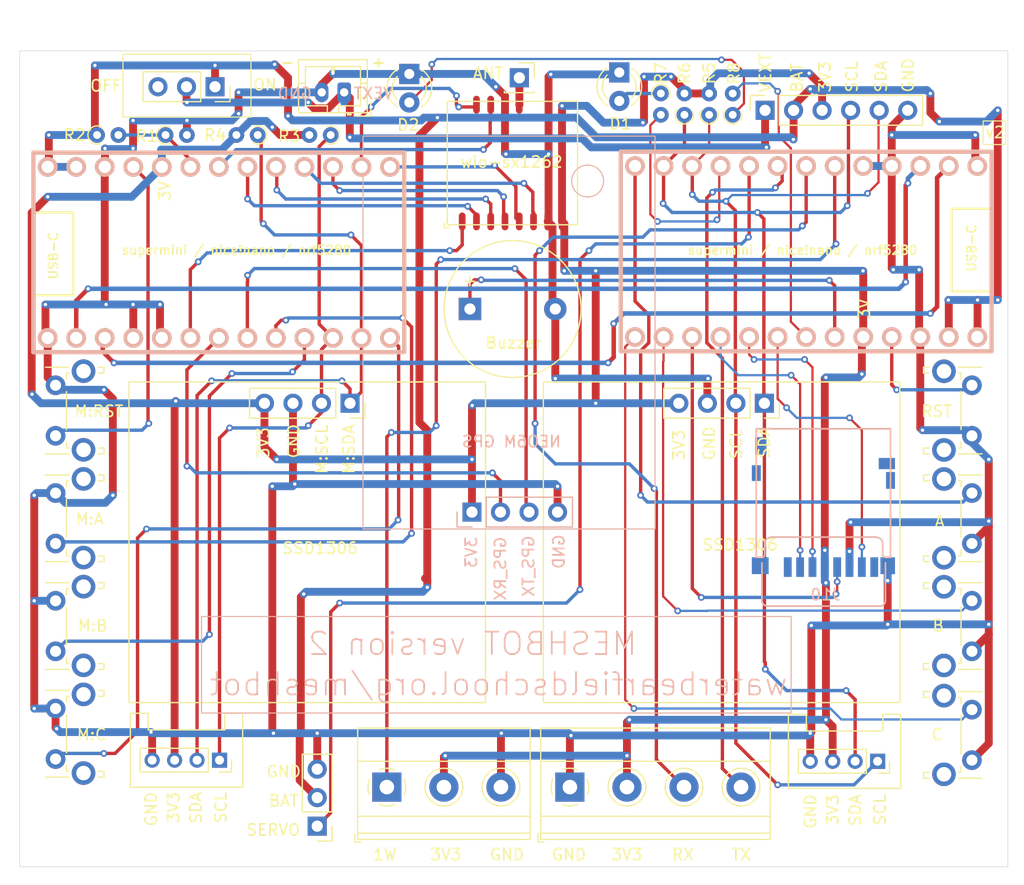
<source format=kicad_pcb>
(kicad_pcb (version 20240108) (generator "pcbnew") (generator_version "8.0")
  (layers (0 "F.Cu" signal) (31 "B.Cu" signal) (34 "B.Paste" user) (35 "F.Paste" user) (36 "B.SilkS" user "B.Silkscreen") (37 "F.SilkS" user "F.Silkscreen") (38 "B.Mask" user) (39 "F.Mask" user) (44 "Edge.Cuts" user))
  (net 0 "")
  (net 1 "SCL_MESH")
  (net 2 "SDA_MESH")
  (net 3 "RF_SW")
  (net 4 "MESH_BATT_MEASURE")
  (net 5 "GND")
  (net 6 "BAT")
  (net 7 "GPS_TX")
  (net 8 "GPS_RX")
  (net 9 "3V3")
  (net 10 "MESH_RST")
  (net 11 "MICRO_RST")
  (net 12 "LORA_RST")
  (net 13 "BUSY")
  (net 14 "ANT")
  (net 15 "MOSI")
  (net 16 "MISO")
  (net 17 "DIO1")
  (net 18 "CS")
  (net 19 "SCK")
  (net 20 "SCL")
  (net 21 "SDA")
  (net 22 "Net-(D2-A)")
  (net 23 "MESH_RX")
  (net 24 "MESH_TX")
  (net 25 "MESH_BUTTON_A")
  (net 26 "MESH_BUTTON_B")
  (net 27 "V_EXT")
  (net 28 "UART_TX")
  (net 29 "UART_RX")
  (net 30 "1WIRE")
  (net 32 "MESH_BUTTON_C")
  (net 33 "SERVO_A")
  (net 34 "MOSI:C")
  (net 35 "BUZZER")
  (net 36 "LED_A")
  (net 37 "BUTTON_A")
  (net 38 "BUTTON_B")
  (net 39 "BUTTON_C")
  (net 40 "MISO:C")
  (net 41 "SD_CS")
  (net 42 "SCK:C")
  (net 45 "Net-(D1-A)")
  (net 46 "LED_B")
  (footprint "Connector_JST:JST_PH_B2B-PH-K_1x02_P2.00mm_Vertical" (layer "F.Cu") (at 130 42.9 180)
    (property "Reference" "J1" (hide yes))
    (property "Value" "Conn_01x02_Socket" (hide yes))
  )
  (footprint "footprints:nice_nano_cleanest" (layer "F.Cu") (at 120.11 57.16)
    (property "Reference" "U2" (hide yes))
    (property "Value" "nice_nano_clean" (hide yes))
  )
  (footprint "footprints:ssd1306_a" (layer "F.Cu") (at 167.42 70.6 -90)
    (property "Reference" "J5" (hide yes))
    (property "Value" "Conn_01x04_Pin")
  )
  (footprint "footprints:grove_rightangle" (layer "F.Cu") (at 177.5 102.5 -90)
    (property "Reference" "U5" (hide yes))
    (property "Value" "grove_a" (hide yes))
  )
  (footprint "MountingHole:MountingHole_3.2mm_M3" (layer "F.Cu") (at 104.5 108.5)
    (property "Reference" "H4" (hide yes))
    (property "Value" "MountingHole")
  )
  (footprint "footprints:nice_nano_cleanest" (layer "F.Cu") (at 169.87 57.08 180)
    (property "Reference" "U3" (hide yes))
    (property "Value" "nice_nano_clean" (hide yes))
  )
  (footprint "TerminalBlock_Phoenix:TerminalBlock_Phoenix_MKDS-1,5-4-5.08_1x04_P5.08mm_Horizontal" (layer "F.Cu") (at 150.1 104.8)
    (property "Reference" "J6" (hide yes))
    (property "Value" "Screw_Terminal_01x04" (hide yes))
  )
  (footprint "Button_Switch_THT:SW_Tactile_SPST_Angled_PTS645Vx31-2LFS" (layer "F.Cu") (at 104.3 73.5 90)
    (property "Reference" "SW1" (hide yes))
    (property "Value" "SW_Push")
  )
  (footprint "Resistor_THT:R_Axial_DIN0204_L3.6mm_D1.6mm_P1.90mm_Vertical" (layer "F.Cu") (at 114.095 46.7)
    (property "Reference" "R1")
    (property "Value" "R" (hide yes))
  )
  (footprint "Connector_PinSocket_2.54mm:PinSocket_1x06_P2.54mm_Vertical" (layer "F.Cu") (at 167.48 44.5 90)
    (property "Reference" "J12" (hide yes))
    (property "Value" "Conn_01x06_Socket")
  )
  (footprint "Connector_PinHeader_2.54mm:PinHeader_1x03_P2.54mm_Vertical" (layer "F.Cu") (at 127.6 108.28 180)
    (property "Reference" "J11" (hide yes))
    (property "Value" "Conn_01x03_Pin" (hide yes))
  )
  (footprint "Button_Switch_THT:SW_Tactile_SPST_Angled_PTS645Vx31-2LFS" (layer "F.Cu") (at 104.3 83.1 90)
    (property "Reference" "SW2" (hide yes))
    (property "Value" "SW_Push")
  )
  (footprint "Buzzer_Beeper:Buzzer_12x9.5RM7.6" (layer "F.Cu") (at 141.2 62.2)
    (property "Reference" "J9" (hide yes))
    (property "Value" "Conn_01x02_Socket")
  )
  (footprint "Button_Switch_THT:SW_Tactile_SPST_Angled_PTS645Vx31-2LFS" (layer "F.Cu") (at 104.3 92.7 90)
    (property "Reference" "SW7" (hide yes))
    (property "Value" "SW_Push")
  )
  (footprint "MountingHole:MountingHole_3.2mm_M3" (layer "F.Cu") (at 104.4 42.5)
    (property "Reference" "H1" (hide yes))
    (property "Value" "MountingHole" (hide yes))
  )
  (footprint "LED_THT:LED_D3.0mm" (layer "F.Cu") (at 154.5 41.125 -90)
    (property "Reference" "D1")
    (property "Value" "LED")
  )
  (footprint "Resistor_THT:R_Axial_DIN0204_L3.6mm_D1.6mm_P1.90mm_Vertical" (layer "F.Cu") (at 160.3 44.9 90)
    (property "Reference" "R6")
    (property "Value" "R")
  )
  (footprint "Button_Switch_THT:SW_Tactile_SPST_Angled_PTS645Vx31-2LFS" (layer "F.Cu") (at 104.3 102.3 90)
    (property "Reference" "SW8" (hide yes))
    (property "Value" "SW_Push")
  )
  (footprint "Button_Switch_THT:SW_Tactile_SPST_Angled_PTS645Vx31-2LFS" (layer "F.Cu") (at 185.9 97.9 -90)
    (property "Reference" "SW6" (hide yes))
    (property "Value" "SW_Push")
  )
  (footprint "Resistor_THT:R_Axial_DIN0204_L3.6mm_D1.6mm_P1.90mm_Vertical" (layer "F.Cu") (at 158.2 43 -90)
    (property "Reference" "R7")
    (property "Value" "R")
  )
  (footprint "LED_THT:LED_D3.0mm" (layer "F.Cu") (at 135.8 41.26 -90)
    (property "Reference" "D2")
    (property "Value" "LED")
  )
  (footprint "Button_Switch_THT:SW_Tactile_SPST_Angled_PTS645Vx31-2LFS" (layer "F.Cu") (at 185.9 88.2 -90)
    (property "Reference" "SW5" (hide yes))
    (property "Value" "SW_Push")
  )
  (footprint "Resistor_THT:R_Axial_DIN0204_L3.6mm_D1.6mm_P1.90mm_Vertical" (layer "F.Cu") (at 162.5 44.9 90)
    (property "Reference" "R5")
    (property "Value" "R")
  )
  (footprint "Button_Switch_THT:SW_Tactile_SPST_Angled_PTS645Vx31-2LFS" (layer "F.Cu") (at 185.9 69 -90)
    (property "Reference" "SW3" (hide yes))
    (property "Value" "SW_Push")
  )
  (footprint "footprints:ssd1306_a" (layer "F.Cu") (at 130.52 70.6 -90)
    (property "Reference" "J3" (hide yes))
    (property "Value" "Conn_01x04_Pin")
  )
  (footprint "Resistor_THT:R_Axial_DIN0204_L3.6mm_D1.6mm_P1.90mm_Vertical" (layer "F.Cu") (at 128.8 46.7 180)
    (property "Reference" "R3")
    (property "Value" "R")
  )
  (footprint "Resistor_THT:R_Axial_DIN0204_L3.6mm_D1.6mm_P1.90mm_Vertical" (layer "F.Cu") (at 107.995 46.7)
    (property "Reference" "R2")
    (property "Value" "R" (hide yes))
  )
  (footprint "footprints:grove_a" (layer "F.Cu") (at 118.9 102.4 -90)
    (property "Reference" "U4" (hide yes))
    (property "Value" "grove_a")
  )
  (footprint "Button_Switch_THT:SW_Tactile_SPST_Angled_PTS645Vx31-2LFS" (layer "F.Cu") (at 185.9 78.6 -90)
    (property "Reference" "SW4" (hide yes))
    (property "Value" "SW_Push")
  )
  (footprint "Resistor_THT:R_Axial_DIN0204_L3.6mm_D1.6mm_P1.90mm_Vertical" (layer "F.Cu") (at 164.6 44.9 90)
    (property "Reference" "R8")
    (property "Value" "R")
  )
  (footprint "MountingHole:MountingHole_3.2mm_M3" (layer "F.Cu") (at 185.4 108.5)
    (property "Reference" "H3" (hide yes))
    (property "Value" "MountingHole")
  )
  (footprint "footprints:usual_switch" (layer "F.Cu") (at 118.5 42.4 -90)
    (property "Reference" "J8" (hide yes))
    (property "Value" "Conn_01x03_Socket")
  )
  (footprint "wio-sx1262:wio-sx1262" (layer "F.Cu") (at 139.18 54.7)
    (property "Reference" "U1" (hide yes))
    (property "Value" "wio-sx1262")
  )
  (footprint "TerminalBlock_Phoenix:TerminalBlock_Phoenix_MKDS-1,5-3-5.08_1x03_P5.08mm_Horizontal" (layer "F.Cu") (at 133.8 104.8)
    (property "Reference" "J7" (hide yes))
    (property "Value" "Screw_Terminal_01x03" (hide yes))
  )
  (footprint "Connector_PinSocket_2.54mm:PinSocket_1x01_P2.54mm_Vertical" (layer "F.Cu") (at 145.6 41.6)
    (property "Reference" "J4" (hide yes))
    (property "Value" "Conn_01x01_Socket" (hide yes))
  )
  (footprint "Resistor_THT:R_Axial_DIN0204_L3.6mm_D1.6mm_P1.90mm_Vertical" (layer "F.Cu") (at 122.3 46.7 180)
    (property "Reference" "R4")
    (property "Value" "R")
  )
  (footprint "MountingHole:MountingHole_3.2mm_M3" (layer "F.Cu") (at 185.4 42.5)
    (property "Reference" "H2" (hide yes))
    (property "Value" "MountingHole")
  )
  (footprint "footprints:DM3D-SF_outline" (layer "B.Cu") (at 172.7 84.325 180)
    (property "Reference" "J10")
    (property "Value" "Micro_SD_Card" (hide yes))
  )
  (footprint "footprints:gps_ublox_blue" (layer "B.Cu") (at 141.38 80.3 -90)
    (property "Reference" "J2" (hide yes))
    (property "Value" "Conn_01x04_Pin")
  )
  (gr_rect (start 117.3 89.6) (end 169.8 98.2) (stroke (width 0.1)) (fill none) (layer "B.SilkS"))
  (gr_rect (start 186.9 45.45) (end 188.9 47.55) (stroke (width 0.1)) (fill none) (layer "F.SilkS"))
  (gr_rect (start 101.1 39.2) (end 189.1 111.9) (stroke (width 0.05)) (fill none) (layer "Edge.Cuts"))
  (gr_text "GND" (at 125.6 43 0) (layer "B.SilkS") (effects (font (size 1 1)) (justify mirror)))
  (gr_text "3V3" (at 141.9 82.4 90) (layer "B.SilkS") (effects (font (size 1 1)) (justify left bottom mirror)))
  (gr_text "MESHBOT version 2" (at 156.2 93.2 0) (layer "B.SilkS") (effects (font (size 2 2)) (justify left bottom mirror)))
  (gr_text "GPS_TX" (at 147 82.3 90) (layer "B.SilkS") (effects (font (size 1 1)) (justify left bottom mirror)))
  (gr_text "VEXT" (at 132.6 43 0) (layer "B.SilkS") (effects (font (size 1 1)) (justify mirror)))
  (gr_text "GND" (at 149.7 82.2 90) (layer "B.SilkS") (effects (font (size 1 1)) (justify left bottom mirror)))
  (gr_text "NEO6M GPS" (at 149.4 74.6 0) (layer "B.SilkS") (effects (font (size 1 1)) (justify left bottom mirror)))
  (gr_text "waterbearfieldschool.org/meshbot" (at 169.6 96.8 0) (layer "B.SilkS") (effects (font (size 2 2)) (justify left bottom mirror)))
  (gr_text "GPS_RX" (at 144.5 82.4 90) (layer "B.SilkS") (effects (font (size 1 1)) (justify left bottom mirror)))
  (gr_text "3V3" (at 160.4 75.8 90) (layer "F.SilkS") (effects (font (size 1 1)) (justify left bottom)))
  (gr_text "3V3" (at 123.4 75.6 90) (layer "F.SilkS") (effects (font (size 1 1)) (justify left bottom)))
  (gr_text "3V" (at 176.9 63.2 90) (layer "F.SilkS") (effects (font (size 1 1)) (justify left bottom)))
  (gr_text "SERVO" (at 121.2 109.2 0) (layer "F.SilkS") (effects (font (size 1 1)) (justify left bottom)))
  (gr_text "GND" (at 180.8 43 90) (layer "F.SilkS") (effects (font (size 1 1)) (justify left bottom)))
  (gr_text "GND" (at 148.4 111.4 0) (layer "F.SilkS") (effects (font (size 1 1)) (justify left bottom)))
  (gr_text "M:RST" (at 105.9 71.9 0) (layer "F.SilkS") (effects (font (size 1 1)) (justify left bottom)))
  (gr_text "SCL" (at 165.5 75.7 90) (layer "F.SilkS") (effects (font (size 1 1)) (justify left bottom)))
  (gr_text "SDA" (at 176.1 108.361905 90) (layer "F.SilkS") (effects (font (size 1 1)) (justify left bottom)))
  (gr_text "-" (at 124.2 40.8 0) (layer "F.SilkS") (effects (font (size 1 1) (thickness 0.2) (bold yes)) (justify left bottom)))
  (gr_text "RX" (at 159.1 111.4 0) (layer "F.SilkS") (effects (font (size 1 1)) (justify left bottom)))
  (gr_text "M:B" (at 106.2 91 0) (layer "F.SilkS") (effects (font (size 1 1)) (justify left bottom)))
  (gr_text "BAT" (at 123.2 106.6 0) (layer "F.SilkS") (effects (font (size 1 1)) (justify left bottom)))
  (gr_text "GND" (at 126.1 75.6 90) (layer "F.SilkS") (effects (font (size 1 1)) (justify left bottom)))
  (gr_text "3V3" (at 153.7 111.4 0) (layer "F.SilkS") (effects (font (size 1 1)) (justify left bottom)))
  (gr_text "SCL" (at 119.6 108.1 90) (layer "F.SilkS") (effects (font (size 1 1)) (justify left bottom)))
  (gr_text "OFF" (at 107.3 42.9 0) (layer "F.SilkS") (effects (font (size 1 1)) (justify left bottom)))
  (gr_text "M:C" (at 106.1 100.7 0) (layer "F.SilkS") (effects (font (size 1 1)) (justify left bottom)))
  (gr_text "SDA" (at 117.4 108.147619 90) (layer "F.SilkS") (effects (font (size 1 1)) (justify left bottom)))
  (gr_text "ANT" (at 142.8 41.2 0) (layer "F.SilkS") (effects (font (size 1 1))))
  (gr_text "SCL" (at 178.3 108.314286 90) (layer "F.SilkS") (effects (font (size 1 1)) (justify left bottom)))
  (gr_text "SCL" (at 175.8 43 90) (layer "F.SilkS") (effects (font (size 1 1)) (justify left bottom)))
  (gr_text "Buzzer" (at 142.5 65.8 0) (layer "F.SilkS") (effects (font (size 1 1)) (justify left bottom)))
  (gr_text "GND" (at 123 104 0) (layer "F.SilkS") (effects (font (size 1 1)) (justify left bottom)))
  (gr_text "SDA" (at 168 75.6 90) (layer "F.SilkS") (effects (font (size 1 1)) (justify left bottom)))
  (gr_text "3V3" (at 137.58 111.4 0) (layer "F.SilkS") (effects (font (size 1 1)) (justify left bottom)))
  (gr_text "v2" (at 187 47.05 0) (layer "F.SilkS") (effects (font (size 1 1)) (justify left bottom)))
  (gr_text "3V3" (at 174.1 108.314286 90) (layer "F.SilkS") (effects (font (size 1 1)) (justify left bottom)))
  (gr_text "GND" (at 172.1 108.6 90) (layer "F.SilkS") (effects (font (size 1 1)) (justify left bottom)))
  (gr_text "3V3" (at 115.4 108.1 90) (layer "F.SilkS") (effects (font (size 1 1)) (justify left bottom)))
  (gr_text "GND" (at 113.4 108.385714 90) (layer "F.SilkS") (effects (font (size 1 1)) (justify left bottom)))
  (gr_text "B" (at 182.3 91 0) (layer "F.SilkS") (effects (font (size 1 1)) (justify left bottom)))
  (gr_text "BAT" (at 170.9 43 90) (layer "F.SilkS") (effects (font (size 1 1)) (justify left bottom)))
  (gr_text "A" (at 182.5 81.7 0) (layer "F.SilkS") (effects (font (size 1 1)) (justify left bottom)))
  (gr_text "SDA" (at 178.4 43 90) (layer "F.SilkS") (effects (font (size 1 1)) (justify left bottom)))
  (gr_text "M:SCL" (at 128.6 77 90) (layer "F.SilkS") (effects (font (size 1 1)) (justify left bottom)))
  (gr_text "M:A" (at 106 81.5 0) (layer "F.SilkS") (effects (font (size 1 1)) (justify left bottom)))
  (gr_text "GND" (at 142.88 111.4 0) (layer "F.SilkS") (effects (font (size 1 1)) (justify left bottom)))
  (gr_text "GND" (at 163.1 75.8 90) (layer "F.SilkS") (effects (font (size 1 1)) (justify left bottom)))
  (gr_text "SSD1306" (at 124.4 84.1 0) (layer "F.SilkS") (effects (font (size 1 1)) (justify left bottom)))
  (gr_text "ON" (at 121.8 42.8 0) (layer "F.SilkS") (effects (font (size 1 1)) (justify left bottom)))
  (gr_text "VEXT" (at 168.1 43 90) (layer "F.SilkS") (effects (font (size 1 1)) (justify left bottom)))
  (gr_text "M:SDA" (at 131 77 90) (layer "F.SilkS") (effects (font (size 1 1)) (justify left bottom)))
  (gr_text "C" (at 182.2 100.7 0) (layer "F.SilkS") (effects (font (size 1 1)) (justify left bottom)))
  (gr_text "RST" (at 181.3 71.9 0) (layer "F.SilkS") (effects (font (size 1 1)) (justify left bottom)))
  (gr_text "1W" (at 132.48 111.4 0) (layer "F.SilkS") (effects (font (size 1 1)) (justify left bottom)))
  (gr_text "TX" (at 164.4 111.4 0) (layer "F.SilkS") (effects (font (size 1 1)) (justify left bottom)))
  (gr_text "3V" (at 114.6 52.7 90) (layer "F.SilkS") (effects (font (size 1 1)) (justify left bottom)))
  (gr_text "3V3" (at 173.4 43 90) (layer "F.SilkS") (effects (font (size 1 1)) (justify left bottom)))
  (gr_text "SSD1306" (at 161.8 83.8 0) (layer "F.SilkS") (effects (font (size 1 1)) (justify left bottom)))
  (gr_text "+" (at 132.3 40.8 0) (layer "F.SilkS") (effects (font (size 1 1) (thickness 0.2) (bold yes)) (justify left bottom)))
  (segment (start 127.7737 47.7263) (end 128.8 46.7) (width 0.3) (layer "F.Cu") (net 1))
  (segment (start 127.98 71.42) (end 127.98 70.6) (width 0.3) (layer "F.Cu") (net 1))
  (segment (start 118.9 73.7) (end 119.8 72.8) (width 0.3) (layer "F.Cu") (net 1))
  (segment (start 127.98 70.6) (end 127.98 65.8) (width 0.3) (layer "F.Cu") (net 1))
  (segment (start 129 64.78) (end 127.7737 63.5537) (width 0.3) (layer "F.Cu") (net 1))
  (segment (start 126.8 72.6) (end 127.98 71.42) (width 0.3) (layer "F.Cu") (net 1))
  (segment (start 118.9 102.4) (end 118.9 73.7) (width 0.3) (layer "F.Cu") (net 1))
  (segment (start 127.98 65.8) (end 129 64.78) (width 0.3) (layer "F.Cu") (net 1))
  (segment (start 127.7737 63.5537) (end 127.7737 47.7263) (width 0.3) (layer "F.Cu") (net 1))
  (via (at 126.8 72.6) (size 0.6) (drill 0.3) (layers "F.Cu" "B.Cu") (net 1))
  (via (at 119.8 72.8) (size 0.6) (drill 0.3) (layers "F.Cu" "B.Cu") (net 1))
  (segment (start 119.8 72.8) (end 126.6 72.8) (width 0.3) (layer "B.Cu") (net 1))
  (segment (start 126.6 72.8) (end 126.8 72.6) (width 0.3) (layer "B.Cu") (net 1))
  (segment (start 116.9 69.9) (end 118.2 68.6) (width 0.3) (layer "F.Cu") (net 2))
  (segment (start 122.6063 47.0063) (end 122.3 46.7) (width 0.3) (layer "F.Cu") (net 2))
  (segment (start 131.54 69.58) (end 130.52 70.6) (width 0.3) (layer "F.Cu") (net 2))
  (segment (start 130.52 69.32) (end 129.8 68.6) (width 0.3) (layer "F.Cu") (net 2))
  (segment (start 131.54 64.78) (end 131.54 69.58) (width 0.3) (layer "F.Cu") (net 2))
  (segment (start 122.8 54.6) (end 122.6063 54.4063) (width 0.3) (layer "F.Cu") (net 2))
  (segment (start 130.52 70.6) (end 130.52 69.32) (width 0.3) (layer "F.Cu") (net 2))
  (segment (start 130.4 70.48) (end 130.52 70.6) (width 0.3) (layer "F.Cu") (net 2))
  (segment (start 116.9 102.4) (end 116.9 69.9) (width 0.3) (layer "F.Cu") (net 2))
  (segment (start 131.54 64.78) (end 131.54 56.54) (width 0.3) (layer "F.Cu") (net 2))
  (segment (start 131.54 56.54) (end 130.6 55.6) (width 0.3) (layer "F.Cu") (net 2))
  (segment (start 122.6063 54.4063) (end 122.6063 47.0063) (width 0.3) (layer "F.Cu") (net 2))
  (via (at 130.6 55.6) (size 0.6) (drill 0.3) (layers "F.Cu" "B.Cu") (net 2))
  (via (at 129.8 68.6) (size 0.6) (drill 0.3) (layers "F.Cu" "B.Cu") (net 2))
  (via (at 118.2 68.6) (size 0.6) (drill 0.3) (layers "F.Cu" "B.Cu") (net 2))
  (via (at 122.8 54.6) (size 0.6) (drill 0.3) (layers "F.Cu" "B.Cu") (net 2))
  (segment (start 129.8 68.6) (end 118.2 68.6) (width 0.3) (layer "B.Cu") (net 2))
  (segment (start 123.8 55.6) (end 122.8 54.6) (width 0.3) (layer "B.Cu") (net 2))
  (segment (start 130.6 55.6) (end 123.8 55.6) (width 0.3) (layer "B.Cu") (net 2))
  (segment (start 140.51 56.49) (end 140.51 54.4) (width 0.3) (layer "F.Cu") (net 3))
  (segment (start 116.3 64.78) (end 116.3 58.7) (width 0.3) (layer "F.Cu") (net 3))
  (segment (start 116.3 58.7) (end 117 58) (width 0.3) (layer "F.Cu") (net 3))
  (segment (start 140 57) (end 140.51 56.49) (width 0.3) (layer "F.Cu") (net 3))
  (segment (start 139.4 57) (end 140 57) (width 0.3) (layer "F.Cu") (net 3))
  (via (at 139.4 57) (size 0.6) (drill 0.3) (layers "F.Cu" "B.Cu") (net 3))
  (via (at 117 58) (size 0.6) (drill 0.3) (layers "F.Cu" "B.Cu") (net 3))
  (segment (start 117.8 57.2) (end 118.2 57.2) (width 0.3) (layer "B.Cu") (net 3))
  (segment (start 117 58) (end 117.8 57.2) (width 0.3) (layer "B.Cu") (net 3))
  (segment (start 118.4 57) (end 139.4 57) (width 0.3) (layer "B.Cu") (net 3))
  (segment (start 118.2 57.2) (end 118.4 57) (width 0.3) (layer "B.Cu") (net 3))
  (segment (start 114.095 46.7) (end 116.3 48.905) (width 0.3) (layer "F.Cu") (net 4))
  (segment (start 116.3 48.905) (end 116.3 49.54) (width 0.3) (layer "F.Cu") (net 4))
  (segment (start 114.095 46.7) (end 109.895 46.7) (width 0.3) (layer "B.Cu") (net 4))
  (segment (start 149 80.3) (end 149 78) (width 0.7) (layer "F.Cu") (net 5))
  (segment (start 112.9 100) (end 112.8 99.9) (width 0.7) (layer "F.Cu") (net 5))
  (segment (start 186.2 46.7) (end 186.2 49.28) (width 0.7) (layer "F.Cu") (net 5))
  (segment (start 113.6 61.8) (end 113.6 64.62) (width 0.7) (layer "F.Cu") (net 5))
  (segment (start 103.6 64.78) (end 103.6 68.3) (width 0.7) (layer "F.Cu") (net 5))
  (segment (start 187.4 81.6) (end 186.6 82.4) (width 0.7) (layer "F.Cu") (net 5))
  (segment (start 104.3 97.8) (end 104.3 99.5) (width 0.7) (layer "F.Cu") (net 5))
  (segment (start 150.1 104.8) (end 150.1 100.3) (width 0.7) (layer "F.Cu") (net 5))
  (segment (start 148.2 41.5) (end 148.4 41.3) (width 0.7) (layer "F.Cu") (net 5))
  (segment (start 171.6 96.6) (end 171.6 90.4) (width 0.7) (layer "F.Cu") (net 5))
  (segment (start 103.4 61.8) (end 103.4 64.58) (width 0.7) (layer "F.Cu") (net 5))
  (segment (start 187.4 81.6) (end 187.4 90.3) (width 0.7) (layer "F.Cu") (net 5))
  (segment (start 181.3 72.8) (end 181.3 64.7) (width 0.7) (layer "F.Cu") (net 5))
  (segment (start 178.76 58.56) (end 178.9 58.7) (width 0.7) (layer "F.Cu") (net 5))
  (segment (start 148.2 48.4) (end 148.2 54.33) (width 0.7) (layer "F.Cu") (net 5))
  (segment (start 186 73.4) (end 185.9 73.5) (width 0.7) (layer "F.Cu") (net 5))
  (segment (start 123.6 78) (end 123.6 99.9) (width 0.7) (layer "F.Cu") (net 5))
  (segment (start 143.5 42.4) (end 144.32 43.22) (width 0.7) (layer "F.Cu") (net 5))
  (segment (start 162.34 70.6) (end 162.34 68.46) (width 0.7) (layer "F.Cu") (net 5))
  (segment (start 112.9 102.4) (end 112.9 100) (width 0.7) (layer "F.Cu") (net 5))
  (segment (start 108.68 49.54) (end 108.68 61.68) (width 0.7) (layer "F.Cu") (net 5))
  (segment (start 186.2 49.28) (end 186.38 49.46) (width 0.7) (layer "F.Cu") (net 5))
  (segment (start 144.32 44) (end 144.32 48.32) (width 0.7) (layer "F.Cu") (net 5))
  (segment (start 115.995 45.405) (end 116 45.4) (width 0.7) (layer "F.Cu") (net 5))
  (segment (start 109.4 70.2) (end 108.6 69.4) (width 0.7) (layer "F.Cu") (net 5))
  (segment (start 186 92.8) (end 185.9 92.7) (width 0.7) (layer "F.Cu") (net 5))
  (segment (start 178.76 45.92) (end 180.18 44.5) (width 0.7) (layer "F.Cu") (net 5))
  (segment (start 102.4 88.2) (end 102.4 97.8) (width 0.7) (layer "F.Cu") (net 5))
  (segment (start 162.34 68.46) (end 162.4 68.4) (width 0.7) (layer "F.Cu") (net 5))
  (segment (start 171.6 99.9) (end 171.5 100) (width 0.7) (layer "F.Cu") (net 5))
  (segment (start 186.6 82.4) (end 185.9 83.1) (width 0.7) (layer "F.Cu") (net 5))
  (segment (start 187.4 91.2) (end 187.4 100.9) (width 0.7) (layer "F.Cu") (net 5))
  (segment (start 178.76 49.46) (end 178.76 58.56) (width 0.7) (layer "F.Cu") (net 5))
  (segment (start 148.2 48.4) (end 148.2 41.5) (width 0.7) (layer "F.Cu") (net 5))
  (segment (start 148.2 54.33) (end 148.13 54.4) (width 0.7) (layer "F.Cu") (net 5))
  (segment (start 108.68 61.68) (end 108.8 61.8) (width 0.7) (layer "F.Cu") (net 5))
  (segment (start 128 42.9) (end 128 42.2) (width 0.7) (layer "F.Cu") (net 5))
  (segment (start 144.32 43.22) (end 144.32 44) (width 0.7) (layer "F.Cu") (net 5))
  (segment (start 113.6 64.62) (end 113.76 64.78) (width 0.7) (layer "F.Cu") (net 5))
  (segment (start 144.32 48.32) (end 144.4 48.4) (width 0.7) (layer "F.Cu") (net 5))
  (segment (start 181.5 73) (end 181.3 72.8) (width 0.7) (layer "F.Cu") (net 5))
  (segment (start 148.8 61.8) (end 148.55 61.55) (width 0.7) (layer "F.Cu") (net 5))
  (segment (start 115.995 46.7) (end 115.995 45.405) (width 0.7) (layer "F.Cu") (net 5))
  (segment (start 127.6 100) (end 127.6 103.2) (width 0.7) (layer "F.Cu") (net 5))
  (segment (start 178.4 86.4) (end 178.4 90.3) (width 0.7) (layer "F.Cu") (net 5))
  (segment (start 111.2 45.4) (end 111.2 47.9) (width 0.7) (layer "F.Cu") (net 5))
  (segment (start 125.44 77.64) (end 125.44 70.6) (width 0.7) (layer "F.Cu") (net 5))
  (segment (start 181.2 58.7) (end 181.2 64.6) (width 0.7) (layer "F.Cu") (net 5))
  (segment (start 111.22 64.78) (end 111.22 61.82) (width 0.7) (layer "F.Cu") (net 5))
  (segment (start 148.55 54.82) (end 148.13 54.4) (width 0.7) (layer "F.Cu") (net 5))
  (segment (start 181.2 64.6) (end 181.3 64.7) (width 0.7) (layer "F.Cu") (net 5))
  (segment (start 123.6 99.9) (end 123.7 100) (width 0.7) (layer "F.Cu") (net 5))
  (segment (start 103.4 64.58) (end 103.6 64.78) (width 0.7) (layer "F.Cu") (net 5))
  (segment (start 128 42.2) (end 129 41.2) (width 0.7) (layer "F.Cu") (net 5))
  (segment (start 150.1 100.3) (end 150.2 100.2) (width 0.7) (layer "F.Cu") (net 5))
  (segment (start 178.76 49.46) (end 178.76 46.7) (width 0.7) (layer "F.Cu") (net 5))
  (segment (start 103.6 68.3) (end 104.3 69) (width 0.7) (layer "F.Cu") (net 5))
  (segment (start 178.4 49.1) (end 178.76 49.46) (width 0.7) (layer "F.Cu") (net 5))
  (segment (start 171.6 96.6) (end 171.6 99.9) (width 0.7) (layer "F.Cu") (net 5))
  (segment (start 178.76 46.7) (end 178.76 45.92) (width 0.7) (layer "F.Cu") (net 5))
  (segment (start 125.6 77.8) (end 125.44 77.64) (width 0.7) (layer "F.Cu") (net 5))
  (segment (start 104.3 99.5) (end 104.4 99.6) (width 0.7) (layer "F.Cu") (net 5))
  (segment (start 175 83.8) (end 175 81.3) (width 0.7) (layer "F.Cu") (net 5))
  (segment (start 187.4 90.3) (end 187.4 91.2) (width 0.7) (layer "F.Cu") (net 5))
  (segment (start 109.4 78.8) (end 109.4 70.2) (width 0.7) (layer "F.Cu") (net 5))
  (segment (start 187.4 91.2) (end 185.9 92.7) (width 0.7) (layer "F.Cu") (net 5))
  (segment (start 143.96 100.04) (end 144 100) (width 0.7) (layer "F.Cu") (net 5))
  (segment (start 120.6 44.8) (end 120.6 42.9) (width 0.7) (layer "F.Cu") (net 5))
  (segment (start 148.8 68.4) (end 148.8 62.2) (width 0.7) (layer "F.Cu") (net 5))
  (segment (start 148.8 62.2) (end 148.8 61.8) (width 0.7) (layer "F.Cu") (net 5))
  (segment (start 187.4 81.1) (end 187.4 81.6) (width 0.7) (layer "F.Cu") (net 5))
  (segment (start 187.4 75.6) (end 187.4 81.1) (width 0.7) (layer "F.Cu") (net 5))
  (segment (start 143.96 104.8) (end 143.96 100.04) (width 0.7) (layer "F.Cu") (net 5))
  (segment (start 102.4 78.8) (end 102.4 88.2) (width 0.7) (layer "F.Cu") (net 5))
  (segment (start 111.22 61.82) (end 111.2 61.8) (width 0.7) (layer "F.Cu") (net 5))
  (segment (start 108.7 49.52) (end 108.68 49.54) (width 0.7) (layer "F.Cu") (net 5))
  (segment (start 112.8 102.3) (end 112.9 102.4) (width 0.7) (layer "F.Cu") (net 5))
  (segment (start 108.7 47.9) (end 108.7 49.52) (width 0.7) (layer "F.Cu") (net 5))
  (segment (start 148.55 61.55) (end 148.55 54.82) (width 0.7) (layer "F.Cu") (net 5))
  (segment (start 171.5 102.5) (end 171.5 100) (width 0.7) (layer "F.Cu") (net 5))
  (segment (start 175 81.3) (end 175.1 81.2) (width 0.7) (layer "F.Cu") (net 5))
  (segment (start 187.4 100.9) (end 185.9 102.4) (width 0.7) (layer "F.Cu") (net 5))
  (via (at 187.4 81.1) (size 0.6) (drill 0.3) (layers "F.Cu" "B.Cu") (net 5))
  (via (at 111.2 61.8) (size 0.6) (drill 0.3) (layers "F.Cu" "B.Cu") (net 5))
  (via (at 123.7 100) (size 0.6) (drill 0.3) (layers "F.Cu" "B.Cu") (net 5))
  (via (at 175.1 81.2) (size 0.6) (drill 0.3) (layers "F.Cu" "B.Cu") (net 5))
  (via (at 111.2 45.4) (size 0.6) (drill 0.3) (layers "F.Cu" "B.Cu") (net 5))
  (via (at 186.2 46.7) (size 0.6) (drill 0.3) (layers "F.Cu" "B.Cu") (net 5))
  (via (at 113.6 61.8) (size 0.6) (drill 0.3) (layers "F.Cu" "B.Cu") (net 5))
  (via (at 178.76 46.7) (size 0.6) (drill 0.3) (layers "F.Cu" "B.Cu") (net 5))
  (via (at 171.5 100) (size 0.6) (drill 0.3) (layers "F.Cu" "B.Cu") (net 5))
  (via (at 148.2 48.4) (size 0.6) (drill 0.3) (layers "F.Cu" "B.Cu") (net 5))
  (via (at 112.8 99.9) (size 0.6) (drill 0.3) (layers "F.Cu" "B.Cu") (net 5))
  (via (at 181.2 58.7) (size 0.6) (drill 0.3) (layers "F.Cu" "B.Cu") (net 5))
  (via (at 175 83.8) (size 0.6) (drill 0.3) (layers "F.Cu" "B.Cu") (net 5))
  (via (at 108.7 47.9) (size 0.6) (drill 0.3) (layers "F.Cu" "B.Cu") (net 5))
  (via (at 171.6 90.4) (size 0.6) (drill 0.3) (layers "F.Cu" "B.Cu") (net 5))
  (via (at 102.4 97.8) (size 0.6) (drill 0.3) (layers "F.Cu" "B.Cu") (net 5))
  (via (at 178.4 90.3) (size 0.6) (drill 0.3) (layers "F.Cu" "B.Cu") (net 5))
  (via (at 187.4 75.6) (size 0.6) (drill 0.3) (layers "F.Cu" "B.Cu") (net 5))
  (via (at 125.6 77.8) (size 0.6) (drill 0.3) (layers "F.Cu" "B.Cu") (net 5))
  (via (at 143.5 42.4) (size 0.6) (drill 0.3) (layers "F.Cu" "B.Cu") (net 5))
  (via (at 149 78) (size 0.6) (drill 0.3) (layers "F.Cu" "B.Cu") (net 5))
  (via (at 178.4 86.4) (size 0.6) (drill 0.3) (layers "F.Cu" "B.Cu") (net 5))
  (via (at 148.4 41.3) (size 0.6) (drill 0.3) (layers "F.Cu" "B.Cu") (net 5))
  (via (at 111.2 47.9) (size 0.6) (drill 0.3) (layers "F.Cu" "B.Cu") (net 5))
  (via (at 144 100) (size 0.6) (drill 0.3) (layers "F.Cu" "B.Cu") (net 5))
  (via (at 108.6 69.4) (size 0.6) (drill 0.3) (layers "F.Cu" "B.Cu") (net 5))
  (via (at 116 45.4) (size 0.6) (drill 0.3) (layers "F.Cu" "B.Cu") (net 5))
  (via (at 108.8 61.8) (size 0.6) (drill 0.3) (layers "F.Cu" "B.Cu") (net 5))
  (via (at 144.4 48.4) (size 0.6) (drill 0.3) (layers "F.Cu" "B.Cu") (net 5))
  (via (at 102.4 78.8) (size 0.6) (drill 0.3) (layers "F.Cu" "B.Cu") (net 5))
  (via (at 178.9 58.7) (size 0.6) (drill 0.3) (layers "F.Cu" "B.Cu") (net 5))
  (via (at 148.8 68.4) (size 0.6) (drill 0.3) (layers "F.Cu" "B.Cu") (net 5))
  (via (at 120.6 44.8) (size 0.6) (drill 0.3) (layers "F.Cu" "B.Cu") (net 5))
  (via (at 150.2 100.2) (size 0.6) (drill 0.3) (layers "F.Cu" "B.Cu") (net 5))
  (via (at 120.6 42.9) (size 0.6) (drill 0.3) (layers "F.Cu" "B.Cu") (net 5))
  (via (at 187.4 90.3) (size 0.6) (drill 0.3) (layers "F.Cu" "B.Cu") (net 5))
  (via (at 123.6 78) (size 0.6) (drill 0.3) (layers "F.Cu" "B.Cu") (net 5))
  (via (at 109.4 78.8) (size 0.6) (drill 0.3) (layers "F.Cu" "B.Cu") (net 5))
  (via (at 103.4 61.8) (size 0.6) (drill 0.3) (layers "F.Cu" "B.Cu") (net 5))
  (via (at 181.5 73) (size 0.6) (drill 0.3) (layers "F.Cu" "B.Cu") (net 5))
  (via (at 127.6 100) (size 0.6) (drill 0.3) (layers "F.Cu" "B.Cu") (net 5))
  (via (at 102.4 88.2) (size 0.6) (drill 0.3) (layers "F.Cu" "B.Cu") (net 5))
  (via (at 104.4 99.6) (size 0.6) (drill 0.3) (layers "F.Cu" "B.Cu") (net 5))
  (via (at 129 41.2) (size 0.6) (drill 0.3) (layers "F.Cu" "B.Cu") (net 5))
  (via (at 162.4 68.4) (size 0.6) (drill 0.3) (layers "F.Cu" "B.Cu") (net 5))
  (segment (start 186.2 46.7) (end 178.76 46.7) (width 0.7) (layer "B.Cu") (net 5))
  (segment (start 150.4 104.5) (end 150.1 104.8) (width 0.7) (layer "B.Cu") (net 5))
  (segment (start 108.8 61.8) (end 103.4 61.8) (width 0.7) (layer "B.Cu") (net 5))
  (segment (start 150 100) (end 150.2 100.2) (width 0.7) (layer "B.Cu") (net 5))
  (segment (start 178.3 90.4) (end 178.4 90.3) (width 0.7) (layer "B.Cu") (net 5))
  (segment (start 108.6 69.4) (end 104.7 69.4) (width 0.7) (layer "B.Cu") (net 5))
  (segment (start 185.9 73.5) (end 185.4 73) (width 0.7) (layer "B.Cu") (net 5))
  (segment (start 108.725001 79.474999) (end 109.4 78.8) (width 0.7) (layer "B.Cu") (net 5))
  (segment (start 116 45.4) (end 111.2 45.4) (width 0.7) (layer "B.Cu") (net 5))
  (segment (start 148.8 77.8) (end 149 78) (width 0.7) (layer "B.Cu") (net 5))
  (segment (start 116 45.4) (end 120 45.4) (width 0.7) (layer "B.Cu") (net 5))
  (segment (start 178.4 90.3) (end 187.4 90.3) (width 0.7) (layer "B.Cu") (net 5))
  (segment (start 125.6 77.8) (end 148.8 77.8) (width 0.7) (layer "B.Cu") (net 5))
  (segment (start 154.325 41.3) (end 154.5 41.125) (width 0.7) (layer "B.Cu") (net 5))
  (segment (start 104.1 78.8) (end 104.3 78.6) (width 0.7) (layer "B.Cu") (net 5))
  (segment (start 144 100) (end 150 100) (width 0.7) (layer "B.Cu") (net 5))
  (segment (start 178.6 85.275) (end 178.4 85.075) (width 0.7) (layer "B.Cu") (net 5))
  (segment (start 104.7 99.9) (end 104.4 99.6) (width 0.7) (layer "B.Cu") (net 5))
  (segment (start 185.9 74.1) (end 187.4 75.6) (width 0.7) (layer "B.Cu") (net 5))
  (segment (start 112.8 99.9) (end 104.7 99.9) (width 0.7) (layer "B.Cu") (net 5))
  (segment (start 162.4 68.4) (end 148.8 68.4) (width 0.7) (layer "B.Cu") (net 5))
  (segment (start 123.7 100) (end 112.9 100) (width 0.7) (layer "B.Cu") (net 5))
  (segment (start 104.3 78.6) (end 105.174999 79.474999) (width 0.7) (layer "B.Cu") (net 5))
  (segment (start 111.2 47.9) (end 111.15 47.95) (width 0.7) (layer "B.Cu") (net 5))
  (segment (start 102.4 97.8) (end 104.3 97.8) (width 0.7) (layer "B.Cu") (net 5))
  (segment (start 102.6 78.6) (end 102.4 78.8) (width 0.7) (layer "B.Cu") (net 5))
  (segment (start 186 83) (end 185.9 83.1) (width 0.7) (layer "B.Cu") (net 5))
  (segment (start 175.1 81.2) (end 187.3 81.2) (width 0.7) (layer "B.Cu") (net 5))
  (segment (start 112.9 100) (end 112.8 99.9) (width 0.7) (layer "B.Cu") (net 5))
  (segment (start 123.6 78) (end 125.4 78) (width 0.7) (layer "B.Cu") (net 5))
  (segment (start 148.4 41.3) (end 154.325 41.3) (width 0.7) (layer "B.Cu") (net 5))
  (segment (start 171.3 100.2) (end 171.5 100) (width 0.7) (layer "B.Cu") (net 5))
  (segment (start 178.76 49.46) (end 176.22 49.46) (width 0.7) (layer "B.Cu") (net 5))
  (segment (start 127.6 100) (end 123.7 100) (width 0.7) (layer "B.Cu") (net 5))
  (segment (start 185.4 73) (end 181.5 73) (width 0.7) (layer "B.Cu") (net 5))
  (segment (start 108.8 61.8) (end 113.6 61.8) (width 0.7) (layer "B.Cu") (net 5))
  (segment (start 178.4 85.075) (end 178.4 86.4) (width 0.7) (layer "B.Cu") (net 5))
  (segment (start 144.4 48.4) (end 148.2 48.4) (width 0.7) (layer "B.Cu") (net 5))
  (segment (start 135.8 41.26) (end 142.36 41.26) (width 0.7) (layer "B.Cu") (net 5))
  (segment (start 104.3 78.6) (end 102.6 78.6) (width 0.7) (layer "B.Cu") (net 5))
  (segment (start 150.2 100.2) (end 171.3 100.2) (width 0.7) (layer "B.Cu") (net 5))
  (segment (start 102.4 88.2) (end 104.3 88.2) (width 0.7) (layer "B.Cu") (net 5))
  (segment (start 129.06 41.26) (end 129 41.2) (width 0.7) (layer "B.Cu") (net 5))
  (segment (start 125.4 78) (end 125.6 77.8) (width 0.7) (layer "B.Cu") (net 5))
  (segment (start 128 42.9) (end 120.6 42.9) (width 0.7) (layer "B.Cu") (net 5))
  (segment (start 178.9 58.7) (end 181.2 58.7) (width 0.7) (layer "B.Cu") (net 5))
  (segment (start 116 45.4) (end 116.05 45.45) (width 0.7) (layer "B.Cu") (net 5))
  (segment (start 144 100) (end 127.6 100) (width 0.7) (layer "B.Cu") (net 5))
  (segment (start 120 45.4) (end 120.6 44.8) (width 0.7) (layer "B.Cu") (net 5))
  (segment (start 111.15 47.95) (end 108.75 47.95) (width 0.7) (layer "B.Cu") (net 5))
  (segment (start 105.174999 79.474999) (end 108.725001 79.474999) (width 0.7) (layer "B.Cu") (net 5))
  (segment (start 144 104.76) (end 143.96 104.8) (width 0.7) (layer "B.Cu") (net 5))
  (segment (start 135.8 41.26) (end 129.06 41.26) (width 0.7) (layer "B.Cu") (net 5))
  (segment (start 142.36 41.26) (end 143.5 42.4) (width 0.7) (layer "B.Cu") (net 5))
  (segment (start 185.9 73.5) (end 185.9 74.1) (width 0.7) (layer "B.Cu") (net 5))
  (segment (start 104.7 69.4) (end 104.3 69) (width 0.7) (layer "B.Cu") (net 5))
  (segment (start 108.75 47.95) (end 108.7 47.9) (width 0.7) (layer "B.Cu") (net 5))
  (segment (start 187.3 81.2) (end 187.4 81.1) (width 0.7) (layer "B.Cu") (net 5))
  (segment (start 171.6 90.4) (end 178.3 90.4) (width 0.7) (layer "B.Cu") (net 5))
  (segment (start 175 85.2) (end 175 83.8) (width 0.7) (layer "B.Cu") (net 5))
  (segment (start 126.04 100) (end 126.04 104.18) (width 0.7) (layer "F.Cu") (net 6))
  (segment (start 170.02 47.08) (end 170 47.1) (width 0.7) (layer "F.Cu") (net 6))
  (segment (start 125 41.6) (end 123.8 40.4) (width 0.7) (layer "F.Cu") (net 6))
  (segment (start 137.4 87) (end 137.4 86.4) (width 0.7) (layer "F.Cu") (net 6))
  (segment (start 186.4 64.68) (end 186.38 64.7) (width 0.7) (layer "F.Cu") (net 6))
  (segment (start 103.7 46.7) (end 103.7 49.44) (width 0.7) (layer "F.Cu") (net 6))
  (segment (start 183.84 64.7) (end 183.84 61.44) (width 0.7) (layer "F.Cu") (net 6))
  (segment (start 170.02 44.5) (end 170.02 47.08) (width 0.7) (layer "F.Cu") (net 6))
  (segment (start 183.84 61.44) (end 183.8 61.4) (width 0.7) (layer "F.Cu") (net 6))
  (segment (start 126.04 104.18) (end 127.6 105.74) (width 0.7) (layer "F.Cu") (net 6))
  (segment (start 125 45) (end 125 41.6) (width 0.7) (layer "F.Cu") (net 6))
  (segment (start 186.4 61.4) (end 186.4 64.68) (width 0.7) (layer "F.Cu") (net 6))
  (segment (start 170.02 44.5) (end 170.02 44.08) (width 0.7) (layer "F.Cu") (net 6))
  (segment (start 136.7 46.75) (end 138.3 45.15) (width 0.7) (layer "F.Cu") (net 6))
  (segment (start 137.4 86.4) (end 137.4 73.002082) (width 0.7) (layer "F.Cu") (net 6))
  (segment (start 103.7 49.44) (end 103.6 49.54) (width 0.7) (layer "F.Cu") (net 6))
  (segment (start 137.4 73.002082) (end 136.7 72.302082) (width 0.7) (layer "F.Cu") (net 6))
  (segment (start 182.2 43) (end 182.2 44.7) (width 0.7) (layer "F.Cu") (net 6))
  (segment (start 118.5 42.4) (end 118.5 40.5) (width 0.7) (layer "F.Cu") (net 6))
  (segment (start 107.8 46.505) (end 107.995 46.7) (width 0.7) (layer "F.Cu") (net 6))
  (segment (start 126.14 99.9) (end 126.14 87.86) (width 0.7) (layer "F.Cu") (net 6))
  (segment (start 136.7 72.302082) (end 136.7 46.75) (width 0.7) (layer "F.Cu") (net 6))
  (segment (start 107.8 40.5) (end 107.8 46.505) (width 0.7) (layer "F.Cu") (net 6))
  (segment (start 188.2 61.4) (end 188.2 44.5) (width 0.7) (layer "F.Cu") (net 6))
  (segment (start 170.02 44.08) (end 171.5 42.6) (width 0.7) (layer "F.Cu") (net 6))
  (segment (start 126.04 100) (end 126.14 99.9) (width 0.7) (layer "F.Cu") (net 6))
  (segment (start 126.14 87.86) (end 126.4 87.6) (width 0.7) (layer "F.Cu") (net 6))
  (segment (start 182.2 44.7) (end 183 45.5) (width 0.7) (layer "F.Cu") (net 6))
  (segment (start 137.4 86.4) (end 137.2 86.2) (width 0.7) (layer "F.Cu") (net 6))
  (via (at 103.7 46.7) (size 0.6) (drill 0.3) (layers "F.Cu" "B.Cu") (net 6))
  (via (at 107.8 40.5) (size 0.6) (drill 0.3) (layers "F.Cu" "B.Cu") (net 6))
  (via (at 170 47.1) (size 0.6) (drill 0.3) (layers "F.Cu" "B.Cu") (net 6))
  (via (at 186.4 61.4) (size 0.6) (drill 0.3) (layers "F.Cu" "B.Cu") (net 6))
  (via (at 137.4 87) (size 0.6) (drill 0.3) (layers "F.Cu" "B.Cu") (net 6))
  (via (at 138.3 45.15) (size 0.6) (drill 0.3) (layers "F.Cu" "B.Cu") (net 6))
  (via (at 183 45.5) (size 0.6) (drill 0.3) (layers "F.Cu" "B.Cu") (net 6))
  (via (at 126.4 87.6) (size 0.6) (drill 0.3) (layers "F.Cu" "B.Cu") (net 6))
  (via (at 118.5 40.5) (size 0.6) (drill 0.3) (layers "F.Cu" "B.Cu") (net 6))
  (via (at 182.2 43) (size 0.6) (drill 0.3) (layers "F.Cu" "B.Cu") (net 6))
  (via (at 171.5 42.6) (size 0.6) (drill 0.3) (layers "F.Cu" "B.Cu") (net 6))
  (via (at 188.2 44.5) (size 0.6) (drill 0.3) (layers "F.Cu" "B.Cu") (net 6))
  (via (at 123.8 40.4) (size 0.6) (drill 0.3) (layers "F.Cu" "B.Cu") (net 6))
  (via (at 188.2 61.4) (size 0.6) (drill 0.3) (layers "F.Cu" "B.Cu") (net 6))
  (via (at 183.8 61.4) (size 0.6) (drill 0.3) (layers "F.Cu" "B.Cu") (net 6))
  (via (at 125 45) (size 0.6) (drill 0.3) (layers "F.Cu" "B.Cu") (net 6))
  (segment (start 125.4 45.4) (end 125 45) (width 0.7) (layer "B.Cu") (net 6))
  (segment (start 183 45.5) (end 187.2 45.5) (width 0.7) (layer "B.Cu") (net 6))
  (segment (start 137.10061 45.15) (end 136.85061 45.4) (width 0.7) (layer "B.Cu") (net 6))
  (segment (start 136.85061 45.4) (end 134.8 45.4) (width 0.7) (layer "B.Cu") (net 6))
  (segment (start 152.45 46.9) (end 150.7 45.15) (width 0.7) (layer "B.Cu") (net 6))
  (segment (start 181.7 42.7) (end 181.9 42.7) (width 0.7) (layer "B.Cu") (net 6))
  (segment (start 107.995 46.7) (end 103.7 46.7) (width 0.7) (layer "B.Cu") (net 6))
  (segment (start 150.7 45.15) (end 138.3 45.15) (width 0.7) (layer "B.Cu") (net 6))
  (segment (start 126.4 87.6) (end 126.6 87.4) (width 0.7) (layer "B.Cu") (net 6))
  (segment (start 171.8 42.6) (end 171.9 42.7) (width 0.7) (layer "B.Cu") (net 6))
  (segment (start 106.14 49.54) (end 103.6 49.54) (width 0.7) (layer "B.Cu") (net 6))
  (segment (start 123.8 40.5) (end 123.8 40.4) (width 0.7) (layer "B.Cu") (net 6))
  (segment (start 187.2 45.5) (end 188.2 44.5) (width 0.7) (layer "B.Cu") (net 6))
  (segment (start 118.5 40.5) (end 107.8 40.5) (width 0.7) (layer "B.Cu") (net 6))
  (segment (start 171.9 42.7) (end 181.7 42.7) (width 0.7) (layer "B.Cu") (net 6))
  (segment (start 186.4 61.4) (end 188.2 61.4) (width 0.7) (layer "B.Cu") (net 6))
  (segment (start 171.5 42.6) (end 171.8 42.6) (width 0.7) (layer "B.Cu") (net 6))
  (segment (start 137 87.4) (end 137.4 87) (width 0.7) (layer "B.Cu") (net 6))
  (segment (start 123.8 40.5) (end 118.5 40.5) (width 0.7) (layer "B.Cu") (net 6))
  (segment (start 183.8 61.4) (end 186.4 61.4) (width 0.7) (layer "B.Cu") (net 6))
  (segment (start 169.8 46.9) (end 152.45 46.9) (width 0.7) (layer "B.Cu") (net 6))
  (segment (start 170 47.1) (end 169.8 46.9) (width 0.7) (layer "B.Cu") (net 6))
  (segment (start 126.6 87.4) (end 137 87.4) (width 0.7) (layer "B.Cu") (net 6))
  (segment (start 138.3 45.15) (end 137.10061 45.15) (width 0.7) (layer "B.Cu") (net 6))
  (segment (start 134.8 45.4) (end 125.4 45.4) (width 0.7) (layer "B.Cu") (net 6))
  (segment (start 181.9 42.7) (end 182.2 43) (width 0.7) (layer "B.Cu") (net 6))
  (segment (start 121.38 59.82) (end 121.38 64.78) (width 0.3) (layer "F.Cu") (net 7))
  (segment (start 146.2 80.04) (end 146.2 69.6) (width 0.3) (layer "F.Cu") (net 7))
  (segment (start 146.2 69.6) (end 146.2 59.6) (width 0.3) (layer "F.Cu") (net 7))
  (segment (start 121.4 59.8) (end 121.38 59.82) (width 0.3) (layer "F.Cu") (net 7))
  (segment (start 121.4 59.2) (end 121.4 59.8) (width 0.3) (layer "F.Cu") (net 7))
  (segment (start 146.2 59.6) (end 145.2 58.6) (width 0.3) (layer "F.Cu") (net 7))
  (segment (start 146.46 80.3) (end 146.2 80.04) (width 0.3) (layer "F.Cu") (net 7))
  (via (at 121.4 59.2) (size 0.6) (drill 0.3) (layers "F.Cu" "B.Cu") (net 7))
  (via (at 145.2 58.6) (size 0.6) (drill 0.3) (layers "F.Cu" "B.Cu") (net 7))
  (segment (start 145.2 58.6) (end 122 58.6) (width 0.3) (layer "B.Cu") (net 7))
  (segment (start 122 58.6) (end 121.4 59.2) (width 0.3) (layer "B.Cu") (net 7))
  (segment (start 116 76.2) (end 116 67.62) (width 0.3) (layer "F.Cu") (net 8))
  (segment (start 116 67.62) (end 118.84 64.78) (width 0.3) (layer "F.Cu") (net 8))
  (segment (start 143.92 77.52) (end 143.2 76.8) (width 0.3) (layer "F.Cu") (net 8))
  (segment (start 143.92 80.3) (end 143.92 77.52) (width 0.3) (layer "F.Cu") (net 8))
  (via (at 143.2 76.8) (size 0.6) (drill 0.3) (layers "F.Cu" "B.Cu") (net 8))
  (via (at 116 76.2) (size 0.6) (drill 0.3) (layers "F.Cu" "B.Cu") (net 8))
  (segment (start 116.2 76.2) (end 116 76.2) (width 0.3) (layer "B.Cu") (net 8))
  (segment (start 143.2 76.8) (end 121 76.8) (width 0.3) (layer "B.Cu") (net 8))
  (segment (start 121 76.8) (end 116.8 76.8) (width 0.3) (layer "B.Cu") (net 8))
  (segment (start 116.8 76.8) (end 116.2 76.2) (width 0.3) (layer "B.Cu") (net 8))
  (segment (start 172.8 68.4) (end 172.9 68.3) (width 0.7) (layer "F.Cu") (net 9))
  (segment (start 102.1737 69.7737) (end 102.1737 53.6263) (width 0.7) (layer "F.Cu") (net 9))
  (segment (start 172.56 44.5) (end 172.56 42.36) (width 0.7) (layer "F.Cu") (net 9))
  (segment (start 102.1737 53.6263) (end 103.6 52.2) (width 0.7) (layer "F.Cu") (net 9))
  (segment (start 122.9 74.5) (end 124 75.6) (width 0.7) (layer "F.Cu") (net 9))
  (segment (start 149.6 58.8) (end 149.6 54.6) (width 0.7) (layer "F.Cu") (net 9))
  (segment (start 160.3 42.7) (end 159.1 41.5) (width 0.7) (layer "F.Cu") (net 9))
  (segment (start 172.9 86.6) (end 172.9 98.8) (width 0.7) (layer "F.Cu") (net 9))
  (segment (start 126.9 46.7) (end 124.3 46.7) (width 0.7) (layer "F.Cu") (net 9))
  (segment (start 102.2 69.8) (end 102.1737 69.7737) (width 0.7) (layer "F.Cu") (net 9))
  (segment (start 156.7 45.5) (end 156.6 45.6) (width 0.7) (layer "F.Cu") (net 9))
  (segment (start 172.8 83.7) (end 172.8 68.4) (width 0.7) (layer "F.Cu") (net 9))
  (segment (start 173.5 102.5) (end 173.5 99.4) (width 0.7) (layer "F.Cu") (net 9))
  (segment (start 155.18 102) (end 155.18 99.02) (width 0.7) (layer "F.Cu") (net 9))
  (segment (start 124.3 46.7) (end 123.6 46) (width 0.7) (layer "F.Cu") (net 9))
  (segment (start 138.88 104.8) (end 138.88 102.12) (width 0.7) (layer "F.Cu") (net 9))
  (segment (start 138.88 102.12) (end 139 102) (width 0.7) (layer "F.Cu") (net 9))
  (segment (start 162.5 43) (end 160.3 43) (width 0.7) (layer "F.Cu") (net 9))
  (segment (start 114.9 70.5) (end 115 70.4) (width 0.7) (layer "F.Cu") (net 9))
  (segment (start 122.9 70.6) (end 122.9 74.5) (width 0.7) (layer "F.Cu") (net 9))
  (segment (start 176.1 68) (end 176.1 64.82) (width 0.7) (layer "F.Cu") (net 9))
  (segment (start 172.56 42.36) (end 171.4 41.2) (width 0.7) (layer "F.Cu") (net 9))
  (segment (start 173.5 99.4) (end 172.9 98.8) (width 0.7) (layer "F.Cu") (net 9))
  (segment (start 156.7 41.5) (end 156.7 45.5) (width 0.7) (layer "F.Cu") (net 9))
  (segment (start 176.22 64.7) (end 176.22 58.82) (width 0.7) (layer "F.Cu") (net 9))
  (segment (start 141.38 75.6) (end 141.38 70.82) (width 0.7) (layer "F.Cu") (net 9))
  (segment (start 155.18 104.8) (end 155.18 102) (width 0.7) (layer "F.Cu") (net 9))
  (segment (start 149.6 54.6) (end 149.4 54.4) (width 0.7) (layer "F.Cu") (net 9))
  (segment (start 149.4 44.1) (end 149.4 54.4) (width 0.7) (layer "F.Cu") (net 9))
  (segment (start 141.38 70.82) (end 141.4 70.8) (width 0.7) (layer "F.Cu") (net 9))
  (segment (start 152.4 70.6) (end 152.4 58.8) (width 0.7) (layer "F.Cu") (net 9))
  (segment (start 141.38 80.3) (end 141.38 75.6) (width 0.7) (layer "F.Cu") (net 9))
  (segment (start 176.1 64.82) (end 176.22 64.7) (width 0.7) (layer "F.Cu") (net 9))
  (segment (start 114.9 102.4) (end 114.9 70.5) (width 0.7) (layer "F.Cu") (net 9))
  (segment (start 176.22 58.82) (end 176.2 58.8) (width 0.7) (layer "F.Cu") (net 9))
  (segment (start 155.18 99.02) (end 155.4 98.8) (width 0.7) (layer "F.Cu") (net 9))
  (segment (start 160.3 43) (end 160.3 42.7) (width 0.7) (layer "F.Cu") (net 9))
  (via (at 171.4 41.2) (size 0.6) (drill 0.3) (layers "F.Cu" "B.Cu") (net 9))
  (via (at 149.6 58.8) (size 0.6) (drill 0.3) (layers "F.Cu" "B.Cu") (net 9))
  (via (at 123.6 46) (size 0.6) (drill 0.3) (layers "F.Cu" "B.Cu") (net 9))
  (via (at 156.6 45.6) (size 0.6) (drill 0.3) (layers "F.Cu" "B.Cu") (net 9))
  (via (at 124 75.6) (size 0.6) (drill 0.3) (layers "F.Cu" "B.Cu") (net 9))
  (via (at 141.4 70.8) (size 0.6) (drill 0.3) (layers "F.Cu" "B.Cu") (net 9))
  (via (at 152.4 70.6) (size 0.6) (drill 0.3) (layers "F.Cu" "B.Cu") (net 9))
  (via (at 172.8 83.7) (size 0.6) (drill 0.3) (layers "F.Cu" "B.Cu") (net 9))
  (via (at 103.6 52.2) (size 0.6) (drill 0.3) (layers "F.Cu" "B.Cu") (net 9))
  (via (at 155.18 102) (size 0.6) (drill 0.3) (layers "F.Cu" "B.Cu") (net 9))
  (via (at 159.1 41.5) (size 0.6) (drill 0.3) (layers "F.Cu" "B.Cu") (net 9))
  (via (at 149.4 44.1) (size 0.6) (drill 0.3) (layers "F.Cu" "B.Cu") (net 9))
  (via (at 141.38 75.6) (size 0.6) (drill 0.3) (layers "F.Cu" "B.Cu") (net 9))
  (via (at 172.9 86.6) (size 0.6) (drill 0.3) (layers "F.Cu" "B.Cu") (net 9))
  (via (at 172.9 68.3) (size 0.6) (drill 0.3) (layers "F.Cu" "B.Cu") (net 9))
  (via (at 139 102) (size 0.6) (drill 0.3) (layers "F.Cu" "B.Cu") (net 9))
  (via (at 172.9 98.8) (size 0.6) (drill 0.3) (layers "F.Cu" "B.Cu") (net 9))
  (via (at 176.2 58.8) (size 0.6) (drill 0.3) (layers "F.Cu" "B.Cu") (net 9))
  (via (at 155.4 98.8) (size 0.6) (drill 0.3) (layers "F.Cu" "B.Cu") (net 9))
  (via (at 115 70.4) (size 0.6) (drill 0.3) (layers "F.Cu" "B.Cu") (net 9))
  (via (at 152.4 58.8) (size 0.6) (drill 0.3) (layers "F.Cu" "B.Cu") (net 9))
  (via (at 176.1 68) (size 0.6) (drill 0.3) (layers "F.Cu" "B.Cu") (net 9))
  (via (at 102.2 69.8) (size 0.6) (drill 0.3) (layers "F.Cu" "B.Cu") (net 9))
  (via (at 156.7 41.5) (size 0.6) (drill 0.3) (layers "F.Cu" "B.Cu") (net 9))
  (segment (start 162.6 41.9) (end 162.6 42.9) (width 0.7) (layer "B.Cu") (net 9))
  (segment (start 103.6 52.2) (end 111.1 52.2) (width 0.7) (layer "B.Cu") (net 9))
  (segment (start 111.1 52.2) (end 113.76 49.54) (width 0.7) (layer "B.Cu") (net 9))
  (segment (start 120.4 46.7) (end 119.1 48) (width 0.7) (layer "B.Cu") (net 9))
  (segment (start 124 75.6) (end 141.38 75.6) (width 0.7) (layer "B.Cu") (net 9))
  (segment (start 172.8 85.2) (end 172.8 83.7) (width 0.7) (layer "B.Cu") (net 9))
  (segment (start 171.4 41.2) (end 163.3 41.2) (width 0.7) (layer "B.Cu") (net 9))
  (segment (start 159.8 70.6) (end 152.4 70.6) (width 0.7) (layer "B.Cu") (net 9))
  (segment (start 115.2 70.6) (end 103 70.6) (width 0.7) (layer "B.Cu") (net 9))
  (segment (start 121.65 45.45) (end 120.4 46.7) (width 0.7) (layer "B.Cu") (net 9))
  (segment (start 176.2 58.8) (end 149.6 58.8) (width 0.7) (layer "B.Cu") (net 9))
  (segment (start 175.8 68.3) (end 176.1 68) (width 0.7) (layer "B.Cu") (net 9))
  (segment (start 123.6 46) (end 123.05 45.45) (width 0.7) (layer "B.Cu") (net 9))
  (segment (start 113.7 48) (end 113.76 48.06) (width 0.7) (layer "B.Cu") (net 9))
  (segment (start 172.8 86.5) (end 172.9 86.6) (width 0.7) (layer "B.Cu") (net 9))
  (segment (start 141.6 70.6) (end 152.4 70.6) (width 0.7) (layer "B.Cu") (net 9))
  (segment (start 113.76 48.06) (end 113.76 49.54) (width 0.7) (layer "B.Cu") (net 9))
  (segment (start 163.3 41.2) (end 162.6 41.9) (width 0.7) (layer "B.Cu") (net 9))
  (segment (start 139 102) (end 155.18 102) (width 0.7) (layer "B.Cu") (net 9))
  (segment (start 155.4 98.8) (end 172.9 98.8) (width 0.7) (layer "B.Cu") (net 9))
  (segment (start 141.4 70.8) (end 141.6 70.6) (width 0.7) (layer "B.Cu") (net 9))
  (segment (start 119.1 48) (end 113.7 48) (width 0.7) (layer "B.Cu") (net 9))
  (segment (start 103 70.6) (end 102.2 69.8) (width 0.7) (layer "B.Cu") (net 9))
  (segment (start 123.05 45.45) (end 121.65 45.45) (width 0.7) (layer "B.Cu") (net 9))
  (segment (start 115 70.4) (end 115.2 70.6) (width 0.7) (layer "B.Cu") (net 9))
  (segment (start 156.6 45.6) (end 153.1 45.6) (width 0.7) (layer "B.Cu") (net 9))
  (segment (start 172.8 85.2) (end 172.8 86.5) (width 0.7) (layer "B.Cu") (net 9))
  (segment (start 159.1 41.5) (end 156.7 41.5) (width 0.7) (layer "B.Cu") (net 9))
  (segment (start 153.1 45.6) (end 151.6 44.1) (width 0.7) (layer "B.Cu") (net 9))
  (segment (start 115.2 70.6) (end 122.9 70.6) (width 0.7) (layer "B.Cu") (net 9))
  (segment (start 155 104.62) (end 155.18 104.8) (width 0.7) (layer "B.Cu") (net 9))
  (segment (start 172.9 68.3) (end 175.8 68.3) (width 0.7) (layer "B.Cu") (net 9))
  (segment (start 151.6 44.1) (end 149.4 44.1) (width 0.7) (layer "B.Cu") (net 9))
  (segment (start 162.6 42.9) (end 162.5 43) (width 0.7) (layer "B.Cu") (net 9))
  (segment (start 112.6 72.4) (end 112.5337 72.3337) (width 0.3) (layer "F.Cu") (net 10))
  (segment (start 112.5337 72.3337) (end 112.5337 50.8537) (width 0.3) (layer "F.Cu") (net 10))
  (segment (start 112.5337 50.8537) (end 111.22 49.54) (width 0.3) (layer "F.Cu") (net 10))
  (via (at 112.6 72.4) (size 0.6) (drill 0.3) (layers "F.Cu" "B.Cu") (net 10))
  (segment (start 104.8 73) (end 110.8 73) (width 0.3) (layer "B.Cu") (net 10))
  (segment (start 111.4 73) (end 112 73) (width 0.3) (layer "B.Cu") (net 10))
  (segment (start 110.8 73) (end 111.4 73) (width 0.3) (layer "B.Cu") (net 10))
  (segment (start 104.3 73.5) (end 104.8 73) (width 0.3) (layer "B.Cu") (net 10))
  (segment (start 112 73) (end 112.6 72.4) (width 0.3) (layer "B.Cu") (net 10))
  (segment (start 178.76 64.7) (end 178.76 68.96) (width 0.3) (layer "F.Cu") (net 11))
  (segment (start 178.76 68.96) (end 179.2 69.4) (width 0.3) (layer "F.Cu") (net 11))
  (via (at 179.2 69.4) (size 0.6) (drill 0.3) (layers "F.Cu" "B.Cu") (net 11))
  (segment (start 179.2 69.4) (end 185.5 69.4) (width 0.3) (layer "B.Cu") (net 11))
  (segment (start 185.5 69.4) (end 185.9 69) (width 0.3) (layer "B.Cu") (net 11))
  (segment (start 145.29 51.29) (end 143.4 49.4) (width 0.3) (layer "F.Cu") (net 12))
  (segment (start 145.59 54.4) (end 145.29 54.1) (width 0.3) (layer "F.Cu") (net 12))
  (segment (start 145.29 54.1) (end 145.29 51.29) (width 0.3) (layer "F.Cu") (net 12))
  (via (at 143.4 49.4) (size 0.6) (drill 0.3) (layers "F.Cu" "B.Cu") (net 12))
  (segment (start 143.26 49.54) (end 134.08 49.54) (width 0.3) (layer "B.Cu") (net 12))
  (segment (start 143.4 49.4) (end 143.26 49.54) (width 0.3) (layer "B.Cu") (net 12))
  (segment (start 143.05 44.799999) (end 143 44.849999) (width 0.3) (layer "F.Cu") (net 13))
  (segment (start 143 47.4) (end 142.4 48) (width 0.3) (layer "F.Cu") (net 13))
  (segment (start 143 44.849999) (end 143 45.6) (width 0.3) (layer "F.Cu") (net 13))
  (segment (start 143.05 44) (end 143.05 44.799999) (width 0.3) (layer "F.Cu") (net 13))
  (segment (start 143 45.6) (end 143 47.4) (width 0.3) (layer "F.Cu") (net 13))
  (via (at 142.4 48) (size 0.6) (drill 0.3) (layers "F.Cu" "B.Cu") (net 13))
  (segment (start 120.38 48) (end 118.84 49.54) (width 0.3) (layer "B.Cu") (net 13))
  (segment (start 142.4 48) (end 120.38 48) (width 0.3) (layer "B.Cu") (net 13))
  (segment (start 145.6 43.99) (end 145.59 44) (width 0.7) (layer "F.Cu") (net 14))
  (segment (start 145.6 41.6) (end 145.6 43.99) (width 0.7) (layer "F.Cu") (net 14))
  (segment (start 124 49.62) (end 123.92 49.54) (width 0.3) (layer "F.Cu") (net 15))
  (segment (start 143.05 52.85) (end 142.6 52.4) (width 0.3) (layer "F.Cu") (net 15))
  (segment (start 124 51.6) (end 124 49.62) (width 0.3) (layer "F.Cu") (net 15))
  (segment (start 143.05 54.4) (end 143.05 52.85) (width 0.3) (layer "F.Cu") (net 15))
  (via (at 142.6 52.4) (size 0.6) (drill 0.3) (layers "F.Cu" "B.Cu") (net 15))
  (via (at 124 51.6) (size 0.6) (drill 0.3) (layers "F.Cu" "B.Cu") (net 15))
  (segment (start 124.8 52.4) (end 124 51.6) (width 0.3) (layer "B.Cu") (net 15))
  (segment (start 142.6 52.4) (end 124.8 52.4) (width 0.3) (layer "B.Cu") (net 15))
  (segment (start 141.78 53.83) (end 141 53.05) (width 0.3) (layer "F.Cu") (net 16))
  (segment (start 121.4 52.4) (end 121.4 49.56) (width 0.3) (layer "F.Cu") (net 16))
  (segment (start 121.4 49.56) (end 121.38 49.54) (width 0.3) (layer "F.Cu") (net 16))
  (segment (start 141.78 54.4) (end 141.78 53.83) (width 0.3) (layer "F.Cu") (net 16))
  (via (at 121.4 52.4) (size 0.6) (drill 0.3) (layers "F.Cu" "B.Cu") (net 16))
  (via (at 141 53.05) (size 0.6) (drill 0.3) (layers "F.Cu" "B.Cu") (net 16))
  (segment (start 140.95 53) (end 122 53) (width 0.3) (layer "B.Cu") (net 16))
  (segment (start 122 53) (end 121.4 52.4) (width 0.3) (layer "B.Cu") (net 16))
  (segment (start 141 53.05) (end 140.95 53) (width 0.3) (layer "B.Cu") (net 16))
  (segment (start 140 43.2) (end 140 44) (width 0.3) (layer "F.Cu") (net 17))
  (segment (start 141.58 44.2) (end 141.78 44) (width 0.3) (layer "F.Cu") (net 17))
  (segment (start 140.2 44.2) (end 141.58 44.2) (width 0.3) (layer "F.Cu") (net 17))
  (segment (start 131.54 45.06) (end 132.4 44.2) (width 0.3) (layer "F.Cu") (net 17))
  (segment (start 140 44) (end 140.2 44.2) (width 0.3) (layer "F.Cu") (net 17))
  (segment (start 131.54 49.54) (end 131.54 45.06) (width 0.3) (layer "F.Cu") (net 17))
  (via (at 140 43.2) (size 0.6) (drill 0.3) (layers "F.Cu" "B.Cu") (net 17))
  (via (at 132.4 44.2) (size 0.6) (drill 0.3) (layers "F.Cu" "B.Cu") (net 17))
  (via (at 140.2 44.2) (size 0.6) (drill 0.3) (layers "F.Cu" "B.Cu") (net 17))
  (segment (start 134.05 42.55) (end 132.4 44.2) (width 0.3) (layer "B.Cu") (net 17))
  (segment (start 140.11 44.29) (end 140.2 44.2) (width 0.3) (layer "B.Cu") (net 17))
  (segment (start 139.35 42.55) (end 134.05 42.55) (width 0.3) (layer "B.Cu") (net 17))
  (segment (start 140 43.2) (end 139.35 42.55) (width 0.3) (layer "B.Cu") (net 17))
  (segment (start 132.4 44.2) (end 132.49 44.29) (width 0.3) (layer "B.Cu") (net 17))
  (segment (start 146.86 54.4) (end 146.86 53.600001) (width 0.3) (layer "F.Cu") (net 18))
  (segment (start 146.86 53.600001) (end 146.8 53.540001) (width 0.3) (layer "F.Cu") (net 18))
  (segment (start 146.8 53.540001) (end 146.8 52.4) (width 0.3) (layer "F.Cu") (net 18))
  (segment (start 146.8 52.4) (end 146.8 51.8) (width 0.3) (layer "F.Cu") (net 18))
  (segment (start 146.8 51.8) (end 146 51) (width 0.3) (layer "F.Cu") (net 18))
  (via (at 146 51) (size 0.6) (drill 0.3) (layers "F.Cu" "B.Cu") (net 18))
  (segment (start 146 51) (end 127.92 51) (width 0.3) (layer "B.Cu") (net 18))
  (segment (start 127.92 51) (end 126.46 49.54) (width 0.3) (layer "B.Cu") (net 18))
  (segment (start 129 51.05) (end 129.6 51.65) (width 0.3) (layer "F.Cu") (net 19))
  (segment (start 144.2 54.28) (end 144.32 54.4) (width 0.3) (layer "F.Cu") (net 19))
  (segment (start 129 49.54) (end 129 51.05) (width 0.3) (layer "F.Cu") (net 19))
  (segment (start 144.2 52.2) (end 144.2 54.28) (width 0.3) (layer "F.Cu") (net 19))
  (via (at 129.6 51.65) (size 0.6) (drill 0.3) (layers "F.Cu" "B.Cu") (net 19))
  (via (at 144.2 52.2) (size 0.6) (drill 0.3) (layers "F.Cu" "B.Cu") (net 19))
  (segment (start 129.6 51.65) (end 143.65 51.65) (width 0.3) (layer "B.Cu") (net 19))
  (segment (start 143.65 51.65) (end 144.2 52.2) (width 0.3) (layer "B.Cu") (net 19))
  (segment (start 177.5837 50.9163) (end 176.6 51.9) (width 0.2) (layer "F.Cu") (net 20))
  (segment (start 177.5 44.86) (end 177.685 44.675) (width 0.3) (layer "F.Cu") (net 20))
  (segment (start 162.5 44.9) (end 162.5 47.94) (width 0.2) (layer "F.Cu") (net 20))
  (segment (start 164.8337 53.4337) (end 164 52.6) (width 0.3) (layer "F.Cu") (net 20))
  (segment (start 164.88 70.6) (end 164.88 100.88) (width 0.3) (layer "F.Cu") (net 20))
  (segment (start 162.5 47.94) (end 160.98 49.46) (width 0.2) (layer "F.Cu") (net 20))
  (segment (start 177.5837 44.5563) (end 177.5837 50.9163) (width 0.2) (layer "F.Cu") (net 20))
  (segment (start 177.64 44.5) (end 177.5837 44.5563) (width 0.2) (layer "F.Cu") (net 20))
  (segment (start 161 49.48) (end 160.98 49.46) (width 0.3) (layer "F.Cu") (net 20))
  (segment (start 164.8337 70.5537) (end 164.8337 53.4337) (width 0.3) (layer "F.Cu") (net 20))
  (segment (start 164.88 100.88) (end 168.6 104.6) (width 0.3) (layer "F.Cu") (net 20))
  (segment (start 161 52) (end 161 49.48) (width 0.3) (layer "F.Cu") (net 20))
  (segment (start 164.88 70.6) (end 164.8337 70.5537) (width 0.3) (layer "F.Cu") (net 20))
  (via (at 161 52) (size 0.6) (drill 0.3) (layers "F.Cu" "B.Cu") (net 20))
  (via (at 176.6 51.9) (size 0.6) (drill 0.3) (layers "F.Cu" "B.Cu") (net 20))
  (via (at 164 52.6) (size 0.6) (drill 0.3) (layers "F.Cu" "B.Cu") (net 20))
  (via (at 168.6 104.6) (size 0.6) (drill 0.3) (layers "F.Cu" "B.Cu") (net 20))
  (segment (start 175.4 104.6) (end 177.5 102.5) (width 0.3) (layer "B.Cu") (net 20))
  (segment (start 176.6 51.9) (end 176.45 52.05) (width 0.2) (layer "B.Cu") (net 20))
  (segment (start 164.55 52.05) (end 164 52.6) (width 0.2) (layer "B.Cu") (net 20))
  (segment (start 168.6 104.6) (end 175.4 104.6) (width 0.3) (layer "B.Cu") (net 20))
  (segment (start 161.6 52.6) (end 161 52) (width 0.3) (layer "B.Cu") (net 20))
  (segment (start 176.45 52.05) (end 164.55 52.05) (width 0.2) (layer "B.Cu") (net 20))
  (segment (start 164 52.6) (end 161.6 52.6) (width 0.3) (layer "B.Cu") (net 20))
  (segment (start 158.4 52.8) (end 158.44 52.76) (width 0.3) (layer "F.Cu") (net 21))
  (segment (start 175.145 44.675) (end 175.3263 44.8563) (width 0.3) (layer "F.Cu") (net 21))
  (segment (start 167.5 94.3) (end 167.5 93.7) (width 0.3) (layer "F.Cu") (net 21))
  (segment (start 160.3 47.6) (end 160.3 44.9) (width 0.3) (layer "F.Cu") (net 21))
  (segment (start 167.5 93.7) (end 167.42 93.62) (width 0.3) (layer "F.Cu") (net 21))
  (segment (start 175.5 102.5) (end 175.5 98.110051) (width 0.3) (layer "F.Cu") (net 21))
  (segment (start 174.9063 44.6937) (end 175.1 44.5) (width 0.3) (layer "F.Cu") (net 21))
  (segment (start 158.44 49.46) (end 160.3 47.6) (width 0.3) (layer "F.Cu") (net 21))
  (segment (start 167.42 93.62) (end 167.42 70.6) (width 0.3) (layer "F.Cu") (net 21))
  (segment (start 174.9063 52.8937) (end 174.9063 44.6937) (width 0.3) (layer "F.Cu") (net 21))
  (segment (start 175.5 98.110051) (end 175.5 97) (width 0.3) (layer "F.Cu") (net 21))
  (segment (start 158.44 52.76) (end 158.44 49.46) (width 0.3) (layer "F.Cu") (net 21))
  (segment (start 175.5 97) (end 174.7 96.2) (width 0.3) (layer "F.Cu") (net 21))
  (segment (start 167.42 70.6) (end 167.3737 70.5537) (width 0.3) (layer "F.Cu") (net 21))
  (segment (start 174.8 53) (end 174.9063 52.8937) (width 0.3) (layer "F.Cu") (net 21))
  (segment (start 167.3737 70.5537) (end 167.3737 54.1737) (width 0.3) (layer "F.Cu") (net 21))
  (segment (start 167.3737 54.1737) (end 166.8 53.6) (width 0.3) (layer "F.Cu") (net 21))
  (via (at 166.8 53.6) (size 0.6) (drill 0.3) (layers "F.Cu" "B.Cu") (net 21))
  (via (at 158.4 52.8) (size 0.6) (drill 0.3) (layers "F.Cu" "B.Cu") (net 21))
  (via (at 174.8 53) (size 0.6) (drill 0.3) (layers "F.Cu" "B.Cu") (net 21))
  (via (at 174.7 96.2) (size 0.6) (drill 0.3) (layers "F.Cu" "B.Cu") (net 21))
  (via (at 167.5 94.3) (size 0.6) (drill 0.3) (layers "F.Cu" "B.Cu") (net 21))
  (segment (start 169.4 96.2) (end 167.5 94.3) (width 0.3) (layer "B.Cu") (net 21))
  (segment (start 174.2 53.6) (end 174.8 53) (width 0.3) (layer "B.Cu") (net 21))
  (segment (start 159.2 53.6) (end 158.4 52.8) (width 0.3) (layer "B.Cu") (net 21))
  (segment (start 174.7 96.2) (end 169.4 96.2) (width 0.3) (layer "B.Cu") (net 21))
  (segment (start 166.8 53.6) (end 174.2 53.6) (width 0.3) (layer "B.Cu") (net 21))
  (segment (start 166.8 53.6) (end 159.2 53.6) (width 0.3) (layer "B.Cu") (net 21))
  (segment (start 164.5 40) (end 165.6 41.1) (width 0.2) (layer "F.Cu") (net 22))
  (segment (start 163.6 40) (end 164.5 40) (width 0.2) (layer "F.Cu") (net 22))
  (segment (start 165.6 43.9) (end 165.6 41.1) (width 0.2) (layer "F.Cu") (net 22))
  (segment (start 164.6 44.9) (end 165.6 43.9) (width 0.2) (layer "F.Cu") (net 22))
  (segment (start 137.8 40.4) (end 137.8 41.8) (width 0.2) (layer "F.Cu") (net 22))
  (segment (start 137.8 41.8) (end 135.8 43.8) (width 0.2) (layer "F.Cu") (net 22))
  (via (at 137.8 40.4) (size 0.6) (drill 0.3) (layers "F.Cu" "B.Cu") (net 22))
  (via (at 163.6 40) (size 0.6) (drill 0.3) (layers "F.Cu" "B.Cu") (net 22))
  (segment (start 138.275 39.925) (end 137.8 40.4) (width 0.2) (layer "B.Cu") (net 22))
  (segment (start 163.4 39.925) (end 163.525 39.925) (width 0.2) (layer "B.Cu") (net 22))
  (segment (start 163.525 39.925) (end 163.6 40) (width 0.2) (layer "B.Cu") (net 22))
  (segment (start 163.4 39.925) (end 138.275 39.925) (width 0.2) (layer "B.Cu") (net 22))
  (segment (start 108.5 64.96) (end 108.68 64.78) (width 0.4) (layer "F.Cu") (net 23))
  (segment (start 182.8 50.5) (end 182.8 51.2) (width 0.4) (layer "F.Cu") (net 23))
  (segment (start 154 66.5) (end 153.5 67) (width 0.4) (layer "F.Cu") (net 23))
  (segment (start 109.5 67) (end 108.5 66) (width 0.4) (layer "F.Cu") (net 23))
  (segment (start 182.8 51.2) (end 182.8 62) (width 0.4) (layer "F.Cu") (net 23))
  (segment (start 182.8 62) (end 182.2 62.6) (width 0.4) (layer "F.Cu") (net 23))
  (segment (start 183.84 49.46) (end 182.8 50.5) (width 0.4) (layer "F.Cu") (net 23))
  (segment (start 154 63.5) (end 154 66.5) (width 0.4) (layer "F.Cu") (net 23))
  (segment (start 108.5 66) (end 108.5 64.96) (width 0.4) (layer "F.Cu") (net 23))
  (via (at 154 63.5) (size 0.6) (drill 0.3) (layers "F.Cu" "B.Cu") (net 23))
  (via (at 153.5 67) (size 0.6) (drill 0.3) (layers "F.Cu" "B.Cu") (net 23))
  (via (at 109.5 67) (size 0.6) (drill 0.3) (layers "F.Cu" "B.Cu") (net 23))
  (via (at 182.2 62.6) (size 0.6) (drill 0.3) (layers "F.Cu" "B.Cu") (net 23))
  (segment (start 182.2 62.6) (end 154.9 62.6) (width 0.4) (layer "B.Cu") (net 23))
  (segment (start 153.5 67) (end 109.5 67) (width 0.4) (layer "B.Cu") (net 23))
  (segment (start 154.9 62.6) (end 154 63.5) (width 0.4) (layer "B.Cu") (net 23))
  (segment (start 106.14 61.46) (end 107.2 60.4) (width 0.4) (layer "F.Cu") (net 24))
  (segment (start 180 59.8) (end 180 51.2) (width 0.4) (layer "F.Cu") (net 24))
  (segment (start 180 51.2) (end 180.2 51) (width 0.4) (layer "F.Cu") (net 24))
  (segment (start 106.14 64.78) (end 106.14 61.46) (width 0.4) (layer "F.Cu") (net 24))
  (via (at 180.2 51) (size 0.6) (drill 0.3) (layers "F.Cu" "B.Cu") (net 24))
  (via (at 107.2 60.4) (size 0.6) (drill 0.3) (layers "F.Cu" "B.Cu") (net 24))
  (via (at 180 59.8) (size 0.6) (drill 0.3) (layers "F.Cu" "B.Cu") (net 24))
  (segment (start 180.2 50.56) (end 181.3 49.46) (width 0.4) (layer "B.Cu") (net 24))
  (segment (start 179.4 60.4) (end 180 59.8) (width 0.4) (layer "B.Cu") (net 24))
  (segment (start 180.2 51) (end 180.2 50.56) (width 0.4) (layer "B.Cu") (net 24))
  (segment (start 107.2 60.4) (end 179.4 60.4) (width 0.4) (layer "B.Cu") (net 24))
  (segment (start 136 63.8) (end 135.2 63) (width 0.3) (layer "F.Cu") (net 25))
  (segment (start 123.92 63.68) (end 123.92 64.78) (width 0.3) (layer "F.Cu") (net 25))
  (segment (start 124.4 63.2) (end 123.92 63.68) (width 0.3) (layer "F.Cu") (net 25))
  (segment (start 136 82.2) (end 136 63.8) (width 0.3) (layer "F.Cu") (net 25))
  (segment (start 124.8 63.2) (end 124.4 63.2) (width 0.3) (layer "F.Cu") (net 25))
  (via (at 136 82.2) (size 0.6) (drill 0.3) (layers "F.Cu" "B.Cu") (net 25))
  (via (at 124.8 63.2) (size 0.6) (drill 0.3) (layers "F.Cu" "B.Cu") (net 25))
  (via (at 135.2 63) (size 0.6) (drill 0.3) (layers "F.Cu" "B.Cu") (net 25))
  (segment (start 135.25 82.95) (end 136 82.2) (width 0.3) (layer "B.Cu") (net 25))
  (segment (start 125 63) (end 124.8 63.2) (width 0.3) (layer "B.Cu") (net 25))
  (segment (start 135.2 63) (end 125 63) (width 0.3) (layer "B.Cu") (net 25))
  (segment (start 104.45 82.95) (end 135.25 82.95) (width 0.3) (layer "B.Cu") (net 25))
  (segment (start 104.3 83.1) (end 104.45 82.95) (width 0.3) (layer "B.Cu") (net 25))
  (segment (start 118 70.4) (end 118 69.95) (width 0.3) (layer "F.Cu") (net 26))
  (segment (start 126.46 66.74) (end 126.46 64.78) (width 0.3) (layer "F.Cu") (net 26))
  (segment (start 118 91.2) (end 118 70.4) (width 0.3) (layer "F.Cu") (net 26))
  (segment (start 125.4 67.8) (end 126.46 66.74) (width 0.3) (layer "F.Cu") (net 26))
  (segment (start 118 69.95) (end 120 67.95) (width 0.3) (layer "F.Cu") (net 26))
  (via (at 120 67.95) (size 0.6) (drill 0.3) (layers "F.Cu" "B.Cu") (net 26))
  (via (at 118 91.2) (size 0.6) (drill 0.3) (layers "F.Cu" "B.Cu") (net 26))
  (via (at 125.4 67.8) (size 0.6) (drill 0.3) (layers "F.Cu" "B.Cu") (net 26))
  (segment (start 105.2 91.8) (end 112.6 91.8) (width 0.3) (layer "B.Cu") (net 26))
  (segment (start 117.4 91.8) (end 118 91.2) (width 0.3) (layer "B.Cu") (net 26))
  (segment (start 104.3 92.7) (end 105.2 91.8) (width 0.3) (layer "B.Cu") (net 26))
  (segment (start 120 67.95) (end 125.25 67.95) (width 0.3) (layer "B.Cu") (net 26))
  (segment (start 112.6 91.8) (end 117.4 91.8) (width 0.3) (layer "B.Cu") (net 26))
  (segment (start 125.25 67.95) (end 125.4 67.8) (width 0.3) (layer "B.Cu") (net 26))
  (segment (start 130.5 46.9) (end 130.5 43.4) (width 0.7) (layer "F.Cu") (net 27))
  (segment (start 128.575 44.325) (end 130 42.9) (width 0.7) (layer "F.Cu") (net 27))
  (segment (start 167.48 47.68) (end 167.6 47.8) (width 0.7) (layer "F.Cu") (net 27))
  (segment (start 130.5 43.4) (end 130 42.9) (width 0.7) (layer "F.Cu") (net 27))
  (segment (start 126.8 43.8) (end 127.325 44.325) (width 0.7) (layer "F.Cu") (net 27))
  (segment (start 127.325 44.325) (end 128.575 44.325) (width 0.7) (layer "F.Cu") (net 27))
  (segment (start 115.96 43.76) (end 116 43.8) (width 0.7) (layer "F.Cu") (net 27))
  (segment (start 115.96 42.4) (end 115.96 43.76) (width 0.7) (layer "F.Cu") (net 27))
  (segment (start 167.48 44.5) (end 167.48 47.68) (width 0.7) (layer "F.Cu") (net 27))
  (via (at 126.8 43.8) (size 0.6) (drill 0.3) (layers "F.Cu" "B.Cu") (net 27))
  (via (at 116 43.8) (size 0.6) (drill 0.3) (layers "F.Cu" "B.Cu") (net 27))
  (via (at 167.6 47.8) (size 0.6) (drill 0.3) (layers "F.Cu" "B.Cu") (net 27))
  (via (at 130.5 46.9) (size 0.6) (drill 0.3) (layers "F.Cu" "B.Cu") (net 27))
  (segment (start 152 47.8) (end 151.2 47) (width 0.7) (layer "B.Cu") (net 27))
  (segment (start 167.5 44.7) (end 167.525 44.675) (width 0.7) (layer "B.Cu") (net 27))
  (segment (start 130 42.9) (end 130 43.8) (width 0.7) (layer "B.Cu") (net 27))
  (segment (start 167.6 47.8) (end 152 47.8) (width 0.7) (layer "B.Cu") (net 27))
  (segment (start 116 43.8) (end 126.8 43.8) (width 0.7) (layer "B.Cu") (net 27))
  (segment (start 151.2 47) (end 130.6 47) (width 0.7) (layer "B.Cu") (net 27))
  (segment (start 130.6 47) (end 130.5 46.9) (width 0.7) (layer "B.Cu") (net 27))
  (segment (start 169 49.86) (end 168.6 49.46) (width 0.3) (layer "F.Cu") (net 28))
  (segment (start 162.2937 65.207951) (end 163.68 66.594251) (width 0.3) (layer "F.Cu") (net 28))
  (segment (start 169 50.8) (end 169 49.86) (width 0.3) (layer "F.Cu") (net 28))
  (segment (start 163.68 66.594251) (end 163.68 103.14) (width 0.3) (layer "F.Cu") (net 28))
  (segment (start 162.2937 52.3063) (end 162.2937 65.207951) (width 0.3) (layer "F.Cu") (net 28))
  (segment (start 163.68 103.14) (end 165.34 104.8) (width 0.3) (layer "F.Cu") (net 28))
  (segment (start 162.8 51.8) (end 162.2937 52.3063) (width 0.3) (layer "F.Cu") (net 28))
  (segment (start 168.4 51.4) (end 169 50.8) (width 0.3) (layer "F.Cu") (net 28))
  (via (at 162.8 51.8) (size 0.6) (drill 0.3) (layers "F.Cu" "B.Cu") (net 28))
  (via (at 168.4 51.4) (size 0.6) (drill 0.3) (layers "F.Cu" "B.Cu") (net 28))
  (segment (start 168.2 51.6) (end 168.4 51.4) (width 0.3) (layer "B.Cu") (net 28))
  (segment (start 162.8 51.8) (end 163 51.6) (width 0.3) (layer "B.Cu") (net 28))
  (segment (start 163 51.6) (end 168.2 51.6) (width 0.3) (layer "B.Cu") (net 28))
  (segment (start 170.8 54.8) (end 171.14 54.46) (width 0.3) (layer "F.Cu") (net 29))
  (segment (start 171.14 54.46) (end 171.14 49.46) (width 0.3) (layer "F.Cu") (net 29))
  (segment (start 147 72.4) (end 147 57.4) (width 0.3) (layer "F.Cu") (net 29))
  (segment (start 160.26 104.8) (end 157.8 102.34) (width 0.3) (layer "F.Cu") (net 29))
  (segment (start 157.8 78.6) (end 157.8 78.4) (width 0.3) (layer "F.Cu") (net 29))
  (segment (start 157.8 83.2) (end 157.8 78.6) (width 0.3) (layer "F.Cu") (net 29))
  (segment (start 157.8 102.34) (end 157.8 83.2) (width 0.3) (layer "F.Cu") (net 29))
  (segment (start 157.8 78.4) (end 157.6 78.2) (width 0.3) (layer "F.Cu") (net 29))
  (segment (start 147 57.4) (end 147.4 57) (width 0.3) (layer "F.Cu") (net 29))
  (via (at 147 72.4) (size 0.6) (drill 0.3) (layers "F.Cu" "B.Cu") (net 29))
  (via (at 170.8 54.8) (size 0.6) (drill 0.3) (layers "F.Cu" "B.Cu") (net 29))
  (via (at 157.6 78.2) (size 0.6) (drill 0.3) (layers "F.Cu" "B.Cu") (net 29))
  (via (at 147.4 57) (size 0.6) (drill 0.3) (layers "F.Cu" "B.Cu") (net 29))
  (segment (start 147.4 57) (end 148.6 55.8) (width 0.3) (layer "B.Cu") (net 29))
  (segment (start 148.8 76) (end 147 74.2) (width 0.3) (layer "B.Cu") (net 29))
  (segment (start 157.25 55.15) (end 170.45 55.15) (width 0.3) (layer "B.Cu") (net 29))
  (segment (start 147 74.2) (end 147 72.4) (width 0.3) (layer "B.Cu") (net 29))
  (segment (start 157.6 78.2) (end 155.4 76) (width 0.3) (layer "B.Cu") (net 29))
  (segment (start 155.4 76) (end 148.8 76) (width 0.3) (layer "B.Cu") (net 29))
  (segment (start 148.6 55.8) (end 156.6 55.8) (width 0.3) (layer "B.Cu") (net 29))
  (segment (start 156.6 55.8) (end 157.25 55.15) (width 0.3) (layer "B.Cu") (net 29))
  (segment (start 170.45 55.15) (end 170.8 54.8) (width 0.3) (layer "B.Cu") (net 29))
  (segment (start 138.2 58.2) (end 138.6 57.8) (width 0.3) (layer "F.Cu") (net 30))
  (segment (start 133.8 73.6) (end 134.2 73.2) (width 0.3) (layer "F.Cu") (net 30))
  (segment (start 138.2 72.6) (end 138.2 58.2) (width 0.3) (layer "F.Cu") (net 30))
  (segment (start 133.8 104.8) (end 133.8 73.6) (width 0.3) (layer "F.Cu") (net 30))
  (segment (start 173.68 56.28) (end 173.68 49.46) (width 0.3) (layer "F.Cu") (net 30))
  (segment (start 173.8 56.4) (end 173.68 56.28) (width 0.3) (layer "F.Cu") (net 30))
  (via (at 138.2 72.6) (size 0.6) (drill 0.3) (layers "F.Cu" "B.Cu") (net 30))
  (via (at 173.8 56.4) (size 0.6) (drill 0.3) (layers "F.Cu" "B.Cu") (net 30))
  (via (at 138.6 57.8) (size 0.6) (drill 0.3) (layers "F.Cu" "B.Cu") (net 30))
  (via (at 134.2 73.2) (size 0.6) (drill 0.3) (layers "F.Cu" "B.Cu") (net 30))
  (segment (start 137.6 73.2) (end 138.2 72.6) (width 0.3) (layer "B.Cu") (net 30))
  (segment (start 172.4 57.8) (end 173.8 56.4) (width 0.3) (layer "B.Cu") (net 30))
  (segment (start 138.6 57.8) (end 172.4 57.8) (width 0.3) (layer "B.Cu") (net 30))
  (segment (start 134.2 73.2) (end 137.6 73.2) (width 0.3) (layer "B.Cu") (net 30))
  (segment (start 108.6 101.8) (end 109.6 101.8) (width 0.3) (layer "F.Cu") (net 32))
  (segment (start 134.85 80.95) (end 134.85 65.55) (width 0.3) (layer "F.Cu") (net 32))
  (segment (start 134.8 81) (end 134.85 80.95) (width 0.3) (layer "F.Cu") (net 32))
  (segment (start 111.6 99.8) (end 111.6 85.4) (width 0.3) (layer "F.Cu") (net 32))
  (segment (start 111.6 82.6) (end 112.4 81.8) (width 0.3) (layer "F.Cu") (net 32))
  (segment (start 109.6 101.8) (end 110.6 100.8) (width 0.3) (layer "F.Cu") (net 32))
  (segment (start 134.85 65.55) (end 134.08 64.78) (width 0.3) (layer "F.Cu") (net 32))
  (segment (start 110.6 100.8) (end 111.6 99.8) (width 0.3) (layer "F.Cu") (net 32))
  (segment (start 111.6 85.4) (end 111.6 82.6) (width 0.3) (layer "F.Cu") (net 32))
  (via (at 112.4 81.8) (size 0.6) (drill 0.3) (layers "F.Cu" "B.Cu") (net 32))
  (via (at 108.6 101.8) (size 0.6) (drill 0.3) (layers "F.Cu" "B.Cu") (net 32))
  (via (at 134.8 81) (size 0.6) (drill 0.3) (layers "F.Cu" "B.Cu") (net 32))
  (segment (start 112.4 81.8) (end 134 81.8) (width 0.3) (layer "B.Cu") (net 32))
  (segment (start 104.8 101.8) (end 108.6 101.8) (width 0.3) (layer "B.Cu") (net 32))
  (segment (start 134 81.8) (end 134.8 81) (width 0.3) (layer "B.Cu") (net 32))
  (segment (start 104.3 102.3) (end 104.8 101.8) (width 0.3) (layer "B.Cu") (net 32))
  (segment (start 151 57.8) (end 151.8 57) (width 0.3) (layer "F.Cu") (net 33))
  (segment (start 166 55.8) (end 166.06 55.74) (width 0.3) (layer "F.Cu") (net 33))
  (segment (start 127.6 108.28) (end 128.8 107.08) (width 0.3) (layer "F.Cu") (net 33))
  (segment (start 166.06 55.74) (end 166.06 49.46) (width 0.3) (layer "F.Cu") (net 33))
  (segment (start 129.6 88.4) (end 128.8 89.2) (width 0.3) (layer "F.Cu") (net 33))
  (segment (start 128.8 107.08) (end 128.8 89.2) (width 0.3) (layer "F.Cu") (net 33))
  (segment (start 151 87.2) (end 151 57.8) (width 0.3) (layer "F.Cu") (net 33))
  (via (at 129.6 88.4) (size 0.6) (drill 0.3) (layers "F.Cu" "B.Cu") (net 33))
  (via (at 166 55.8) (size 0.6) (drill 0.3) (layers "F.Cu" "B.Cu") (net 33))
  (via (at 151 87.2) (size 0.6) (drill 0.3) (layers "F.Cu" "B.Cu") (net 33))
  (via (at 151.8 57) (size 0.6) (drill 0.3) (layers "F.Cu" "B.Cu") (net 33))
  (segment (start 165.4 56.4) (end 166 55.8) (width 0.3) (layer "B.Cu") (net 33))
  (segment (start 164 56.4) (end 165.4 56.4) (width 0.3) (layer "B.Cu") (net 33))
  (segment (start 129.6 88.4) (end 149.8 88.4) (width 0.3) (layer "B.Cu") (net 33))
  (segment (start 149.8 88.4) (end 151 87.2) (width 0.3) (layer "B.Cu") (net 33))
  (segment (start 152.4 56.4) (end 164 56.4) (width 0.3) (layer "B.Cu") (net 33))
  (segment (start 151.8 57) (end 152.4 56.4) (width 0.3) (layer "B.Cu") (net 33))
  (segment (start 171.7 67.4) (end 171 66.7) (width 0.2) (layer "F.Cu") (net 34))
  (segment (start 166.06 66.26) (end 166.06 64.7) (width 0.2) (layer "F.Cu") (net 34))
  (segment (start 166.08 64.72) (end 166.06 64.7) (width 0.3) (layer "F.Cu") (net 34))
  (segment (start 171.7 83.8) (end 171.7 67.4) (width 0.2) (layer "F.Cu") (net 34))
  (segment (start 166.5 66.7) (end 166.06 66.26) (width 0.2) (layer "F.Cu") (net 34))
  (via (at 171.7 83.8) (size 0.6) (drill 0.3) (layers "F.Cu" "B.Cu") (net 34))
  (via (at 171 66.7) (size 0.6) (drill 0.3) (layers "F.Cu" "B.Cu") (net 34))
  (via (at 166.5 66.7) (size 0.6) (drill 0.3) (layers "F.Cu" "B.Cu") (net 34))
  (segment (start 171 66.7) (end 166.5 66.7) (width 0.2) (layer "B.Cu") (net 34))
  (segment (start 166.6 66.8) (end 166.5 66.7) (width 0.2) (layer "B.Cu") (net 34))
  (segment (start 171.7 85.2) (end 171.7 83.8) (width 0.2) (layer "B.Cu") (net 34))
  (segment (start 142.2 59.6) (end 141.6 59.6) (width 0.3) (layer "F.Cu") (net 35))
  (segment (start 141.6 59.6) (end 141.2 60) (width 0.3) (layer "F.Cu") (net 35))
  (segment (start 173.68 60.13) (end 173.2 59.65) (width 0.3) (layer "F.Cu") (net 35))
  (segment (start 173.68 64.7) (end 173.68 60.13) (width 0.3) (layer "F.Cu") (net 35))
  (segment (start 141.2 60) (end 141.2 62.2) (width 0.3) (layer "F.Cu") (net 35))
  (via (at 173.2 59.65) (size 0.6) (drill 0.3) (layers "F.Cu" "B.Cu") (net 35))
  (via (at 142.2 59.6) (size 0.6) (drill 0.3) (layers "F.Cu" "B.Cu") (net 35))
  (segment (start 173.2 59.65) (end 142.25 59.65) (width 0.3) (layer "B.Cu") (net 35))
  (segment (start 142.25 59.65) (end 142.2 59.6) (width 0.3) (layer "B.Cu") (net 35))
  (segment (start 157.2637 45.8363) (end 157.2637 53.7637) (width 0.2) (layer "F.Cu") (net 36))
  (segment (start 163.4 49.58) (end 163.52 49.46) (width 0.2) (layer "F.Cu") (net 36))
  (segment (start 163.4 54.05) (end 163.4 49.58) (width 0.2) (layer "F.Cu") (net 36))
  (segment (start 157.2637 53.7637) (end 157.9 54.4) (width 0.2) (layer "F.Cu") (net 36))
  (segment (start 163.2 54.25) (end 163.4 54.05) (width 0.2) (layer "F.Cu") (net 36))
  (segment (start 158.2 44.9) (end 157.2637 45.8363) (width 0.2) (layer "F.Cu") (net 36))
  (via (at 163.2 54.25) (size 0.6) (drill 0.3) (layers "F.Cu" "B.Cu") (net 36))
  (via (at 157.9 54.4) (size 0.6) (drill 0.3) (layers "F.Cu" "B.Cu") (net 36))
  (segment (start 157.9 54.4) (end 163.05 54.4) (width 0.2) (layer "B.Cu") (net 36))
  (segment (start 163.05 54.4) (end 163.2 54.25) (width 0.2) (layer "B.Cu") (net 36))
  (segment (start 155.9 49.46) (end 155.9 61.5) (width 0.3) (layer "F.Cu") (net 37))
  (segment (start 156.4 65.934251) (end 156.4 78.8) (width 0.3) (layer "F.Cu") (net 37))
  (segment (start 155.9 61.5) (end 157.1263 62.7263) (width 0.3) (layer "F.Cu") (net 37))
  (segment (start 157.1263 65.207951) (end 156.4 65.934251) (width 0.3) (layer "F.Cu") (net 37))
  (segment (start 157.1263 62.7263) (end 157.1263 65.207951) (width 0.3) (layer "F.Cu") (net 37))
  (via (at 156.4 78.8) (size 0.6) (drill 0.3) (layers "F.Cu" "B.Cu") (net 37))
  (segment (start 185.9 78.6) (end 185.1 79.4) (width 0.3) (layer "B.Cu") (net 37))
  (segment (start 185.1 79.4) (end 157 79.4) (width 0.3) (layer "B.Cu") (net 37))
  (segment (start 157 79.4) (end 156.4 78.8) (width 0.3) (layer "B.Cu") (net 37))
  (segment (start 158.4 66.9) (end 158.4 87.8) (width 0.2) (layer "F.Cu") (net 38))
  (segment (start 158.4 87.8) (end 159.7 89.1) (width 0.2) (layer "F.Cu") (net 38))
  (segment (start 158.4 66.9) (end 158.44 66.86) (width 0.2) (layer "F.Cu") (net 38))
  (segment (start 158.44 66.86) (end 158.44 64.7) (width 0.2) (layer "F.Cu") (net 38))
  (via (at 159.7 89.1) (size 0.6) (drill 0.3) (layers "F.Cu" "B.Cu") (net 38))
  (segment (start 162.349998 89.1) (end 162.374999 89.074999) (width 0.2) (layer "B.Cu") (net 38))
  (segment (start 185.025001 89.074999) (end 162.374999 89.074999) (width 0.2) (layer "B.Cu") (net 38))
  (segment (start 185.9 88.2) (end 185.025001 89.074999) (width 0.2) (layer "B.Cu") (net 38))
  (segment (start 159.7 89.1) (end 162.349998 89.1) (width 0.2) (layer "B.Cu") (net 38))
  (segment (start 155.9 64.7) (end 155.0237 65.5763) (width 0.2) (layer "F.Cu") (net 39))
  (segment (start 155.0237 65.5763) (end 155.0237 97.0237) (width 0.2) (layer "F.Cu") (net 39))
  (segment (start 155.0237 97.0237) (end 155.8 97.8) (width 0.2) (layer "F.Cu") (net 39))
  (via (at 155.8 97.8) (size 0.6) (drill 0.3) (layers "F.Cu" "B.Cu") (net 39))
  (segment (start 185.9 97.9) (end 185.025001 98.774999) (width 0.2) (layer "B.Cu") (net 39))
  (segment (start 185.025001 98.774999) (end 174.274999 98.774999) (width 0.2) (layer "B.Cu") (net 39))
  (segment (start 173.3 97.8) (end 155.8 97.8) (width 0.2) (layer "B.Cu") (net 39))
  (segment (start 174.274999 98.774999) (end 173.3 97.8) (width 0.2) (layer "B.Cu") (net 39))
  (segment (start 176.1 73) (end 175 71.9) (width 0.2) (layer "F.Cu") (net 40))
  (segment (start 168.6 70.2) (end 168.6 64.7) (width 0.2) (layer "F.Cu") (net 40))
  (segment (start 176.1 83.4) (end 176.1 73) (width 0.2) (layer "F.Cu") (net 40))
  (segment (start 169.4 71) (end 168.6 70.2) (width 0.2) (layer "F.Cu") (net 40))
  (via (at 169.4 71) (size 0.6) (drill 0.3) (layers "F.Cu" "B.Cu") (net 40))
  (via (at 176.1 83.4) (size 0.6) (drill 0.3) (layers "F.Cu" "B.Cu") (net 40))
  (via (at 175 71.9) (size 0.6) (drill 0.3) (layers "F.Cu" "B.Cu") (net 40))
  (segment (start 170.3 71.9) (end 169.4 71) (width 0.2) (layer "B.Cu") (net 40))
  (segment (start 176.1 85.2) (end 176.1 83.4) (width 0.2) (layer "B.Cu") (net 40))
  (segment (start 175 71.9) (end 170.3 71.9) (width 0.2) (layer "B.Cu") (net 40))
  (segment (start 170.6 83.7) (end 170.6 68.9) (width 0.2) (layer "F.Cu") (net 41))
  (segment (start 170.6 68.9) (end 169.8 68.1) (width 0.2) (layer "F.Cu") (net 41))
  (via (at 169.8 68.1) (size 0.6) (drill 0.3) (layers "F.Cu" "B.Cu") (net 41))
  (via (at 170.6 83.7) (size 0.6) (drill 0.3) (layers "F.Cu" "B.Cu") (net 41))
  (segment (start 169.8 68.1) (end 165.1 68.1) (width 0.2) (layer "B.Cu") (net 41))
  (segment (start 163.4 66.4) (end 163.52 66.28) (width 0.2) (layer "B.Cu") (net 41))
  (segment (start 170.6 85.2) (end 170.6 83.7) (width 0.2) (layer "B.Cu") (net 41))
  (segment (start 165.1 68.1) (end 163.4 66.4) (width 0.2) (layer "B.Cu") (net 41))
  (segment (start 163.52 66.28) (end 163.52 64.7) (width 0.2) (layer "B.Cu") (net 41))
  (segment (start 161 64.72) (end 161 87.1) (width 0.3) (layer "F.Cu") (net 42))
  (segment (start 161.14 64.86) (end 160.98 64.7) (width 0.3) (layer "F.Cu") (net 42))
  (segment (start 173.9 87.5) (end 173.8 87.6) (width 0.2) (layer "F.Cu") (net 42))
  (segment (start 173.9 86.5) (end 173.9 87.5) (width 0.2) (layer "F.Cu") (net 42))
  (segment (start 161 64.72) (end 160.98 64.7) (width 0.3) (layer "F.Cu") (net 42))
  (segment (start 161 87.1) (end 161.8 87.9) (width 0.3) (layer "F.Cu") (net 42))
  (via (at 173.8 87.6) (size 0.6) (drill 0.3) (layers "F.Cu" "B.Cu") (net 42))
  (via (at 173.9 86.5) (size 0.6) (drill 0.3) (layers "F.Cu" "B.Cu") (net 42))
  (via (at 161.8 87.9) (size 0.6) (drill 0.3) (layers "F.Cu" "B.Cu") (net 42))
  (segment (start 173.9 85.2) (end 173.9 86.5) (width 0.2) (layer "B.Cu") (net 42))
  (segment (start 161.8 87.9) (end 173.5 87.9) (width 0.3) (layer "B.Cu") (net 42))
  (segment (start 173.8 87.6) (end 173.5 87.9) (width 0.2) (layer "B.Cu") (net 42))
  (segment (start 158.2 43) (end 155.165 43) (width 0.3) (layer "B.Cu") (net 45))
  (segment (start 155.165 43) (end 154.5 43.665) (width 0.3) (layer "B.Cu") (net 45))
  (segment (start 168.7 46.8) (end 168.7 42.9) (width 0.2) (layer "F.Cu") (net 46))
  (segment (start 169.7763 47.8763) (end 168.7 46.8) (width 0.2) (layer "F.Cu") (net 46))
  (segment (start 169.7763 63.3363) (end 169.7763 47.8763) (width 0.2) (layer "F.Cu") (net 46))
  (segment (start 171.14 64.7) (end 169.7763 63.3363) (width 0.2) (layer "F.Cu") (net 46))
  (segment (start 168.7 42.9) (end 168.6 42.8) (width 0.2) (layer "F.Cu") (net 46))
  (via (at 168.6 42.8) (size 0.6) (drill 0.3) (layers "F.Cu" "B.Cu") (net 46))
  (segment (start 167.9 42.1) (end 165.5 42.1) (width 0.2) (layer "B.Cu") (net 46))
  (segment (start 165.5 42.1) (end 164.6 43) (width 0.2) (layer "B.Cu") (net 46))
  (segment (start 168.6 42.8) (end 167.9 42.1) (width 0.2) (layer "B.Cu") (net 46))
)
</source>
